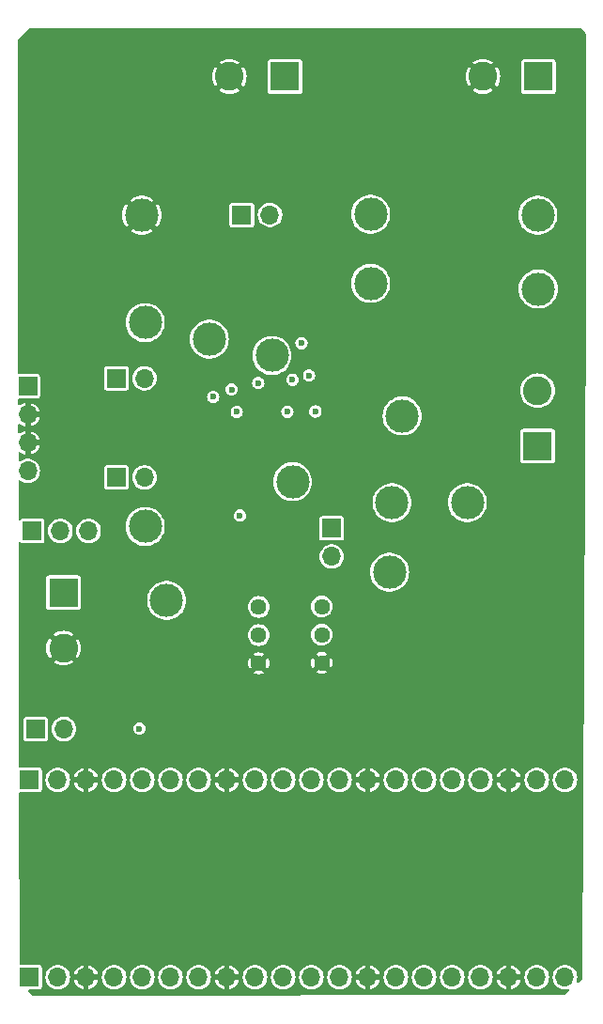
<source format=gbr>
%TF.GenerationSoftware,KiCad,Pcbnew,8.0.9-8.0.9-0~ubuntu22.04.1*%
%TF.CreationDate,2025-04-21T19:03:48+05:30*%
%TF.ProjectId,Variable Buck Converter,56617269-6162-46c6-9520-4275636b2043,rev?*%
%TF.SameCoordinates,Original*%
%TF.FileFunction,Copper,L3,Inr*%
%TF.FilePolarity,Positive*%
%FSLAX46Y46*%
G04 Gerber Fmt 4.6, Leading zero omitted, Abs format (unit mm)*
G04 Created by KiCad (PCBNEW 8.0.9-8.0.9-0~ubuntu22.04.1) date 2025-04-21 19:03:48*
%MOMM*%
%LPD*%
G01*
G04 APERTURE LIST*
%TA.AperFunction,ComponentPad*%
%ADD10C,3.000000*%
%TD*%
%TA.AperFunction,ComponentPad*%
%ADD11R,1.700000X1.700000*%
%TD*%
%TA.AperFunction,ComponentPad*%
%ADD12O,1.700000X1.700000*%
%TD*%
%TA.AperFunction,ComponentPad*%
%ADD13C,1.440000*%
%TD*%
%TA.AperFunction,ComponentPad*%
%ADD14R,2.600000X2.600000*%
%TD*%
%TA.AperFunction,ComponentPad*%
%ADD15C,2.600000*%
%TD*%
%TA.AperFunction,ViaPad*%
%ADD16C,0.600000*%
%TD*%
G04 APERTURE END LIST*
D10*
%TO.N,/Buck Converter/HS*%
%TO.C,TP3*%
X119320000Y-94420000D03*
%TD*%
%TO.N,Net-(D1-K)*%
%TO.C,TP5*%
X101940000Y-87500000D03*
%TD*%
D11*
%TO.N,/Buck Converter/EN*%
%TO.C,JP2*%
X93545000Y-91030000D03*
D12*
%TO.N,Net-(IC1-1Y)*%
X96085000Y-91030000D03*
%TD*%
D10*
%TO.N,/Buck Converter/HS*%
%TO.C,TP14*%
X118400000Y-102230000D03*
%TD*%
%TO.N,+Vin_Buck*%
%TO.C,TP10*%
X116480000Y-76240000D03*
%TD*%
D11*
%TO.N,+VIN*%
%TO.C,JP6*%
X104865000Y-76310000D03*
D12*
%TO.N,+Vin_Buck*%
X107405000Y-76310000D03*
%TD*%
D10*
%TO.N,Net-(J4-Pin_1)*%
%TO.C,TP15*%
X125200000Y-102230000D03*
%TD*%
%TO.N,Net-(C10-Pad1)*%
%TO.C,TP11*%
X116480000Y-82470000D03*
%TD*%
%TO.N,+5V*%
%TO.C,TP7*%
X118190000Y-108500000D03*
%TD*%
%TO.N,/Buck Converter/V_OUT*%
%TO.C,TP13*%
X131550000Y-76330000D03*
%TD*%
D11*
%TO.N,Net-(J7-Pin_1)*%
%TO.C,JP1*%
X86295000Y-122640000D03*
D12*
%TO.N,+5V*%
X88835000Y-122640000D03*
%TD*%
D10*
%TO.N,GND*%
%TO.C,TP4*%
X95850000Y-76340000D03*
%TD*%
D11*
%TO.N,+5V*%
%TO.C,JP5*%
X112970000Y-104560000D03*
D12*
%TO.N,Net-(IC2-DLH)*%
X112970000Y-107100000D03*
%TD*%
D13*
%TO.N,Net-(POT2-Pad1)*%
%TO.C,POT2*%
X106390000Y-111640000D03*
X106390000Y-114180000D03*
%TO.N,GND*%
X106390000Y-116720000D03*
%TD*%
D11*
%TO.N,/pwm*%
%TO.C,JP3*%
X93545000Y-99970000D03*
D12*
%TO.N,Net-(IC1-2Y)*%
X96085000Y-99970000D03*
%TD*%
D10*
%TO.N,+VIN*%
%TO.C,TP6*%
X98080000Y-111030000D03*
%TD*%
D13*
%TO.N,Net-(POT1-Pad1)*%
%TO.C,POT1*%
X112080000Y-111610000D03*
X112080000Y-114150000D03*
%TO.N,GND*%
X112080000Y-116690000D03*
%TD*%
D11*
%TO.N,unconnected-(J6-Pin_1-Pad1)*%
%TO.C,J6*%
X85730000Y-145010000D03*
D12*
%TO.N,unconnected-(J6-Pin_2-Pad2)*%
X88270000Y-145010000D03*
%TO.N,GND*%
X90810000Y-145010000D03*
%TO.N,unconnected-(J6-Pin_4-Pad4)*%
X93350000Y-145010000D03*
%TO.N,unconnected-(J6-Pin_5-Pad5)*%
X95890000Y-145010000D03*
%TO.N,unconnected-(J6-Pin_6-Pad6)*%
X98430000Y-145010000D03*
%TO.N,unconnected-(J6-Pin_7-Pad7)*%
X100970000Y-145010000D03*
%TO.N,GND*%
X103510000Y-145010000D03*
%TO.N,unconnected-(J6-Pin_9-Pad9)*%
X106050000Y-145010000D03*
%TO.N,unconnected-(J6-Pin_10-Pad10)*%
X108590000Y-145010000D03*
%TO.N,unconnected-(J6-Pin_11-Pad11)*%
X111130000Y-145010000D03*
%TO.N,unconnected-(J6-Pin_12-Pad12)*%
X113670000Y-145010000D03*
%TO.N,GND*%
X116210000Y-145010000D03*
%TO.N,unconnected-(J6-Pin_14-Pad14)*%
X118750000Y-145010000D03*
%TO.N,unconnected-(J6-Pin_15-Pad15)*%
X121290000Y-145010000D03*
%TO.N,unconnected-(J6-Pin_16-Pad16)*%
X123830000Y-145010000D03*
%TO.N,unconnected-(J6-Pin_17-Pad17)*%
X126370000Y-145010000D03*
%TO.N,GND*%
X128910000Y-145010000D03*
%TO.N,unconnected-(J6-Pin_19-Pad19)*%
X131450000Y-145010000D03*
%TO.N,unconnected-(J6-Pin_20-Pad20)*%
X133990000Y-145010000D03*
%TD*%
D14*
%TO.N,Net-(J4-Pin_1)*%
%TO.C,J4*%
X131525000Y-97140000D03*
D15*
%TO.N,Net-(J4-Pin_2)*%
X131525000Y-92140000D03*
%TD*%
D14*
%TO.N,+Vin_Buck*%
%TO.C,J3*%
X108750000Y-63830000D03*
D15*
%TO.N,GND*%
X103750000Y-63830000D03*
%TD*%
D14*
%TO.N,/Buck Converter/V_OUT*%
%TO.C,J5*%
X131595000Y-63830000D03*
D15*
%TO.N,GND*%
X126595000Y-63830000D03*
%TD*%
D10*
%TO.N,/Buck Converter/HO*%
%TO.C,TP8*%
X107580000Y-88980000D03*
%TD*%
D11*
%TO.N,Net-(J7-Pin_1)*%
%TO.C,J7*%
X85730000Y-127230000D03*
D12*
%TO.N,unconnected-(J7-Pin_2-Pad2)*%
X88270000Y-127230000D03*
%TO.N,GND*%
X90810000Y-127230000D03*
%TO.N,unconnected-(J7-Pin_4-Pad4)*%
X93350000Y-127230000D03*
%TO.N,+3V3*%
X95890000Y-127230000D03*
%TO.N,unconnected-(J7-Pin_6-Pad6)*%
X98430000Y-127230000D03*
%TO.N,/pwm*%
X100970000Y-127230000D03*
%TO.N,GND*%
X103510000Y-127230000D03*
%TO.N,Net-(J7-Pin_9)*%
X106050000Y-127230000D03*
%TO.N,unconnected-(J7-Pin_10-Pad10)*%
X108590000Y-127230000D03*
%TO.N,unconnected-(J7-Pin_11-Pad11)*%
X111130000Y-127230000D03*
%TO.N,unconnected-(J7-Pin_12-Pad12)*%
X113670000Y-127230000D03*
%TO.N,GND*%
X116210000Y-127230000D03*
%TO.N,/pwm*%
X118750000Y-127230000D03*
%TO.N,/Buck Converter/EN*%
X121290000Y-127230000D03*
%TO.N,unconnected-(J7-Pin_16-Pad16)*%
X123830000Y-127230000D03*
%TO.N,unconnected-(J7-Pin_17-Pad17)*%
X126370000Y-127230000D03*
%TO.N,GND*%
X128910000Y-127230000D03*
%TO.N,unconnected-(J7-Pin_19-Pad19)*%
X131450000Y-127230000D03*
%TO.N,unconnected-(J7-Pin_20-Pad20)*%
X133990000Y-127230000D03*
%TD*%
D10*
%TO.N,Net-(IC1-2Y)*%
%TO.C,TP2*%
X96160000Y-104390000D03*
%TD*%
%TO.N,/Buck Converter/LO*%
%TO.C,TP9*%
X109440000Y-100350000D03*
%TD*%
D14*
%TO.N,+VIN*%
%TO.C,J2*%
X88790000Y-110350000D03*
D15*
%TO.N,GND*%
X88790000Y-115350000D03*
%TD*%
D11*
%TO.N,+5V*%
%TO.C,JP4*%
X85975000Y-104790000D03*
D12*
%TO.N,Net-(IC1-VCC)*%
X88515000Y-104790000D03*
%TO.N,+3V3*%
X91055000Y-104790000D03*
%TD*%
D11*
%TO.N,/Buck Converter/EN*%
%TO.C,J1*%
X85570000Y-91760000D03*
D12*
%TO.N,GND*%
X85570000Y-94300000D03*
X85570000Y-96840000D03*
%TO.N,/pwm*%
X85570000Y-99380000D03*
%TD*%
D10*
%TO.N,Net-(IC1-1Y)*%
%TO.C,TP1*%
X96160000Y-86010000D03*
%TD*%
%TO.N,Net-(J4-Pin_2)*%
%TO.C,TP12*%
X131580000Y-82980000D03*
%TD*%
D16*
%TO.N,GND*%
X104010000Y-98530000D03*
X93610000Y-136760000D03*
X99680000Y-120550000D03*
X102050000Y-123500000D03*
X114950000Y-97770000D03*
X120510000Y-83830000D03*
X112286668Y-99220000D03*
X104740000Y-109530000D03*
X114060000Y-99220000D03*
X110860000Y-97080000D03*
X105060000Y-80560000D03*
X134590000Y-87950000D03*
X133150000Y-118380000D03*
X134870000Y-119990000D03*
X131960000Y-122820000D03*
X113173334Y-99220000D03*
X101223885Y-95201750D03*
X101640000Y-97410000D03*
X112290000Y-97770000D03*
X130510000Y-121060000D03*
X109290000Y-124850000D03*
X105090000Y-82330000D03*
X93245000Y-93680000D03*
X134580000Y-83450000D03*
X122420000Y-122400000D03*
X118180000Y-64950000D03*
X122150000Y-64840000D03*
X93370000Y-106850000D03*
X111840000Y-98470000D03*
X99590000Y-123370000D03*
X87470000Y-102720000D03*
X113176666Y-97770000D03*
X130010000Y-124460000D03*
X94020000Y-94410000D03*
X99850000Y-125240000D03*
X105120000Y-84050000D03*
X87940000Y-95810000D03*
X97750000Y-118650000D03*
X114946668Y-99220000D03*
X93350000Y-110640000D03*
X114063332Y-97770000D03*
X114483332Y-98470000D03*
X117710000Y-124430000D03*
X126830000Y-124360000D03*
X98990000Y-64270000D03*
X98930000Y-61070000D03*
X134360000Y-106100000D03*
X93370000Y-104100000D03*
X101140000Y-102680000D03*
X96200000Y-117240000D03*
X125150000Y-136600000D03*
X134540000Y-94900000D03*
X107880000Y-107830000D03*
X93340000Y-116050000D03*
X134150000Y-111140000D03*
X108780000Y-136680000D03*
X102880000Y-109540000D03*
X94910000Y-110710000D03*
X126870000Y-122400000D03*
X122420000Y-124510000D03*
X112710000Y-98470000D03*
X125160000Y-113040000D03*
X121660000Y-88270000D03*
X109590000Y-97380000D03*
X98000000Y-121880000D03*
X121620000Y-86160000D03*
X95170000Y-115850000D03*
X115370000Y-98470000D03*
X113500000Y-124320000D03*
X87990000Y-96870000D03*
X117790000Y-122290000D03*
X101210000Y-122090000D03*
X95240000Y-106830000D03*
X94720000Y-118480000D03*
X134250000Y-102050000D03*
X122040000Y-70580000D03*
X102110000Y-125280000D03*
X87910000Y-94780000D03*
X96400000Y-120120000D03*
X102140000Y-101900000D03*
X113390000Y-122360000D03*
X104410000Y-95780000D03*
X104390000Y-95110000D03*
X134540000Y-80120000D03*
X134110000Y-115090000D03*
X98960000Y-68030000D03*
X115780000Y-113180000D03*
X108510000Y-97130000D03*
X97360000Y-101800000D03*
X113596666Y-98470000D03*
X109290000Y-122020000D03*
X85680000Y-102820000D03*
X107030000Y-97270000D03*
X93370000Y-105450000D03*
X90700000Y-95580000D03*
X99260000Y-116530000D03*
X122790000Y-105340000D03*
X94870000Y-102690000D03*
X105200000Y-85790000D03*
X121930000Y-76320000D03*
%TO.N,/Buck Converter/HS*%
X111500000Y-94030000D03*
X110240000Y-87860000D03*
X104410000Y-94055000D03*
X110930000Y-90780000D03*
X109430000Y-91160000D03*
X102290000Y-92690000D03*
X103940000Y-92050000D03*
X108980000Y-94040000D03*
X106340000Y-91460000D03*
%TO.N,+5V*%
X95615000Y-122615000D03*
X104680000Y-103407500D03*
%TD*%
%TA.AperFunction,Conductor*%
%TO.N,GND*%
G36*
X135493537Y-59459407D02*
G01*
X135514044Y-59479437D01*
X135849200Y-59918607D01*
X135869473Y-59976336D01*
X135869500Y-59978667D01*
X135869500Y-84192930D01*
X135869499Y-84193384D01*
X135590205Y-145115096D01*
X135571031Y-145173199D01*
X135556078Y-145189425D01*
X135184703Y-145511582D01*
X135128357Y-145535431D01*
X135068754Y-145521606D01*
X135028661Y-145475387D01*
X135023391Y-145414429D01*
X135024599Y-145409747D01*
X135080345Y-145213821D01*
X135099232Y-145010000D01*
X135080345Y-144806179D01*
X135024328Y-144609299D01*
X134933088Y-144426065D01*
X134809732Y-144262715D01*
X134658462Y-144124814D01*
X134506006Y-144030417D01*
X134484432Y-144017059D01*
X134484427Y-144017056D01*
X134379776Y-143976514D01*
X134293556Y-143943112D01*
X134293555Y-143943111D01*
X134293553Y-143943111D01*
X134092347Y-143905500D01*
X133887653Y-143905500D01*
X133686446Y-143943111D01*
X133495572Y-144017056D01*
X133495567Y-144017059D01*
X133321542Y-144124811D01*
X133321540Y-144124812D01*
X133321538Y-144124814D01*
X133310435Y-144134936D01*
X133170269Y-144262714D01*
X133046913Y-144426063D01*
X133046908Y-144426072D01*
X132955672Y-144609298D01*
X132899655Y-144806177D01*
X132886868Y-144944174D01*
X132880768Y-145010000D01*
X132899655Y-145213821D01*
X132955672Y-145410701D01*
X133046912Y-145593935D01*
X133170268Y-145757285D01*
X133321538Y-145895186D01*
X133495573Y-146002944D01*
X133686444Y-146076888D01*
X133887653Y-146114500D01*
X134092347Y-146114500D01*
X134240049Y-146086890D01*
X134300723Y-146094783D01*
X134345170Y-146136832D01*
X134356413Y-146196975D01*
X134330157Y-146252241D01*
X134323121Y-146258979D01*
X134090951Y-146460379D01*
X133957801Y-146575883D01*
X133901455Y-146599731D01*
X133893198Y-146600099D01*
X86094154Y-146729880D01*
X86035912Y-146711130D01*
X86020408Y-146697229D01*
X85643520Y-146279848D01*
X85618554Y-146223987D01*
X85631190Y-146164121D01*
X85676601Y-146123115D01*
X85716994Y-146114499D01*
X86605066Y-146114499D01*
X86679301Y-146099734D01*
X86763484Y-146043484D01*
X86819734Y-145959301D01*
X86834500Y-145885067D01*
X86834499Y-145010000D01*
X87160768Y-145010000D01*
X87179655Y-145213821D01*
X87235672Y-145410701D01*
X87326912Y-145593935D01*
X87450268Y-145757285D01*
X87601538Y-145895186D01*
X87775573Y-146002944D01*
X87966444Y-146076888D01*
X88167653Y-146114500D01*
X88372347Y-146114500D01*
X88573556Y-146076888D01*
X88764427Y-146002944D01*
X88938462Y-145895186D01*
X89089732Y-145757285D01*
X89213088Y-145593935D01*
X89304328Y-145410701D01*
X89360345Y-145213821D01*
X89379232Y-145010000D01*
X89360345Y-144806179D01*
X89347206Y-144760000D01*
X89733314Y-144760000D01*
X90376988Y-144760000D01*
X90344075Y-144817007D01*
X90310000Y-144944174D01*
X90310000Y-145075826D01*
X90344075Y-145202993D01*
X90376988Y-145260000D01*
X89733314Y-145260000D01*
X89776141Y-145410521D01*
X89867335Y-145593663D01*
X89867340Y-145593672D01*
X89990640Y-145756947D01*
X90141843Y-145894787D01*
X90315794Y-146002492D01*
X90315796Y-146002493D01*
X90506584Y-146076405D01*
X90559999Y-146086390D01*
X90560000Y-146086390D01*
X90560000Y-145443012D01*
X90617007Y-145475925D01*
X90744174Y-145510000D01*
X90875826Y-145510000D01*
X91002993Y-145475925D01*
X91060000Y-145443012D01*
X91060000Y-146086390D01*
X91113415Y-146076405D01*
X91304203Y-146002493D01*
X91304205Y-146002492D01*
X91478156Y-145894787D01*
X91629359Y-145756947D01*
X91752659Y-145593672D01*
X91752664Y-145593663D01*
X91843858Y-145410521D01*
X91886686Y-145260000D01*
X91243012Y-145260000D01*
X91275925Y-145202993D01*
X91310000Y-145075826D01*
X91310000Y-145010000D01*
X92240768Y-145010000D01*
X92259655Y-145213821D01*
X92315672Y-145410701D01*
X92406912Y-145593935D01*
X92530268Y-145757285D01*
X92681538Y-145895186D01*
X92855573Y-146002944D01*
X93046444Y-146076888D01*
X93247653Y-146114500D01*
X93452347Y-146114500D01*
X93653556Y-146076888D01*
X93844427Y-146002944D01*
X94018462Y-145895186D01*
X94169732Y-145757285D01*
X94293088Y-145593935D01*
X94384328Y-145410701D01*
X94440345Y-145213821D01*
X94459232Y-145010000D01*
X94780768Y-145010000D01*
X94799655Y-145213821D01*
X94855672Y-145410701D01*
X94946912Y-145593935D01*
X95070268Y-145757285D01*
X95221538Y-145895186D01*
X95395573Y-146002944D01*
X95586444Y-146076888D01*
X95787653Y-146114500D01*
X95992347Y-146114500D01*
X96193556Y-146076888D01*
X96384427Y-146002944D01*
X96558462Y-145895186D01*
X96709732Y-145757285D01*
X96833088Y-145593935D01*
X96924328Y-145410701D01*
X96980345Y-145213821D01*
X96999232Y-145010000D01*
X97320768Y-145010000D01*
X97339655Y-145213821D01*
X97395672Y-145410701D01*
X97486912Y-145593935D01*
X97610268Y-145757285D01*
X97761538Y-145895186D01*
X97935573Y-146002944D01*
X98126444Y-146076888D01*
X98327653Y-146114500D01*
X98532347Y-146114500D01*
X98733556Y-146076888D01*
X98924427Y-146002944D01*
X99098462Y-145895186D01*
X99249732Y-145757285D01*
X99373088Y-145593935D01*
X99464328Y-145410701D01*
X99520345Y-145213821D01*
X99539232Y-145010000D01*
X99860768Y-145010000D01*
X99879655Y-145213821D01*
X99935672Y-145410701D01*
X100026912Y-145593935D01*
X100150268Y-145757285D01*
X100301538Y-145895186D01*
X100475573Y-146002944D01*
X100666444Y-146076888D01*
X100867653Y-146114500D01*
X101072347Y-146114500D01*
X101273556Y-146076888D01*
X101464427Y-146002944D01*
X101638462Y-145895186D01*
X101789732Y-145757285D01*
X101913088Y-145593935D01*
X102004328Y-145410701D01*
X102060345Y-145213821D01*
X102079232Y-145010000D01*
X102060345Y-144806179D01*
X102047206Y-144760000D01*
X102433314Y-144760000D01*
X103076988Y-144760000D01*
X103044075Y-144817007D01*
X103010000Y-144944174D01*
X103010000Y-145075826D01*
X103044075Y-145202993D01*
X103076988Y-145260000D01*
X102433314Y-145260000D01*
X102476141Y-145410521D01*
X102567335Y-145593663D01*
X102567340Y-145593672D01*
X102690640Y-145756947D01*
X102841843Y-145894787D01*
X103015794Y-146002492D01*
X103015796Y-146002493D01*
X103206584Y-146076405D01*
X103260000Y-146086390D01*
X103260000Y-145443012D01*
X103317007Y-145475925D01*
X103444174Y-145510000D01*
X103575826Y-145510000D01*
X103702993Y-145475925D01*
X103760000Y-145443012D01*
X103760000Y-146086390D01*
X103813415Y-146076405D01*
X104004203Y-146002493D01*
X104004205Y-146002492D01*
X104178156Y-145894787D01*
X104329359Y-145756947D01*
X104452659Y-145593672D01*
X104452664Y-145593663D01*
X104543858Y-145410521D01*
X104586686Y-145260000D01*
X103943012Y-145260000D01*
X103975925Y-145202993D01*
X104010000Y-145075826D01*
X104010000Y-145010000D01*
X104940768Y-145010000D01*
X104959655Y-145213821D01*
X105015672Y-145410701D01*
X105106912Y-145593935D01*
X105230268Y-145757285D01*
X105381538Y-145895186D01*
X105555573Y-146002944D01*
X105746444Y-146076888D01*
X105947653Y-146114500D01*
X106152347Y-146114500D01*
X106353556Y-146076888D01*
X106544427Y-146002944D01*
X106718462Y-145895186D01*
X106869732Y-145757285D01*
X106993088Y-145593935D01*
X107084328Y-145410701D01*
X107140345Y-145213821D01*
X107159232Y-145010000D01*
X107480768Y-145010000D01*
X107499655Y-145213821D01*
X107555672Y-145410701D01*
X107646912Y-145593935D01*
X107770268Y-145757285D01*
X107921538Y-145895186D01*
X108095573Y-146002944D01*
X108286444Y-146076888D01*
X108487653Y-146114500D01*
X108692347Y-146114500D01*
X108893556Y-146076888D01*
X109084427Y-146002944D01*
X109258462Y-145895186D01*
X109409732Y-145757285D01*
X109533088Y-145593935D01*
X109624328Y-145410701D01*
X109680345Y-145213821D01*
X109699232Y-145010000D01*
X110020768Y-145010000D01*
X110039655Y-145213821D01*
X110095672Y-145410701D01*
X110186912Y-145593935D01*
X110310268Y-145757285D01*
X110461538Y-145895186D01*
X110635573Y-146002944D01*
X110826444Y-146076888D01*
X111027653Y-146114500D01*
X111232347Y-146114500D01*
X111433556Y-146076888D01*
X111624427Y-146002944D01*
X111798462Y-145895186D01*
X111949732Y-145757285D01*
X112073088Y-145593935D01*
X112164328Y-145410701D01*
X112220345Y-145213821D01*
X112239232Y-145010000D01*
X112560768Y-145010000D01*
X112579655Y-145213821D01*
X112635672Y-145410701D01*
X112726912Y-145593935D01*
X112850268Y-145757285D01*
X113001538Y-145895186D01*
X113175573Y-146002944D01*
X113366444Y-146076888D01*
X113567653Y-146114500D01*
X113772347Y-146114500D01*
X113973556Y-146076888D01*
X114164427Y-146002944D01*
X114338462Y-145895186D01*
X114489732Y-145757285D01*
X114613088Y-145593935D01*
X114704328Y-145410701D01*
X114760345Y-145213821D01*
X114779232Y-145010000D01*
X114760345Y-144806179D01*
X114747206Y-144760000D01*
X115133314Y-144760000D01*
X115776988Y-144760000D01*
X115744075Y-144817007D01*
X115710000Y-144944174D01*
X115710000Y-145075826D01*
X115744075Y-145202993D01*
X115776988Y-145260000D01*
X115133314Y-145260000D01*
X115176141Y-145410521D01*
X115267335Y-145593663D01*
X115267340Y-145593672D01*
X115390640Y-145756947D01*
X115541843Y-145894787D01*
X115715794Y-146002492D01*
X115715796Y-146002493D01*
X115906584Y-146076405D01*
X115959999Y-146086390D01*
X115960000Y-146086390D01*
X115960000Y-145443012D01*
X116017007Y-145475925D01*
X116144174Y-145510000D01*
X116275826Y-145510000D01*
X116402993Y-145475925D01*
X116460000Y-145443012D01*
X116460000Y-146086390D01*
X116513415Y-146076405D01*
X116704203Y-146002493D01*
X116704205Y-146002492D01*
X116878156Y-145894787D01*
X117029359Y-145756947D01*
X117152659Y-145593672D01*
X117152664Y-145593663D01*
X117243858Y-145410521D01*
X117286686Y-145260000D01*
X116643012Y-145260000D01*
X116675925Y-145202993D01*
X116710000Y-145075826D01*
X116710000Y-145010000D01*
X117640768Y-145010000D01*
X117659655Y-145213821D01*
X117715672Y-145410701D01*
X117806912Y-145593935D01*
X117930268Y-145757285D01*
X118081538Y-145895186D01*
X118255573Y-146002944D01*
X118446444Y-146076888D01*
X118647653Y-146114500D01*
X118852347Y-146114500D01*
X119053556Y-146076888D01*
X119244427Y-146002944D01*
X119418462Y-145895186D01*
X119569732Y-145757285D01*
X119693088Y-145593935D01*
X119784328Y-145410701D01*
X119840345Y-145213821D01*
X119859232Y-145010000D01*
X120180768Y-145010000D01*
X120199655Y-145213821D01*
X120255672Y-145410701D01*
X120346912Y-145593935D01*
X120470268Y-145757285D01*
X120621538Y-145895186D01*
X120795573Y-146002944D01*
X120986444Y-146076888D01*
X121187653Y-146114500D01*
X121392347Y-146114500D01*
X121593556Y-146076888D01*
X121784427Y-146002944D01*
X121958462Y-145895186D01*
X122109732Y-145757285D01*
X122233088Y-145593935D01*
X122324328Y-145410701D01*
X122380345Y-145213821D01*
X122399232Y-145010000D01*
X122720768Y-145010000D01*
X122739655Y-145213821D01*
X122795672Y-145410701D01*
X122886912Y-145593935D01*
X123010268Y-145757285D01*
X123161538Y-145895186D01*
X123335573Y-146002944D01*
X123526444Y-146076888D01*
X123727653Y-146114500D01*
X123932347Y-146114500D01*
X124133556Y-146076888D01*
X124324427Y-146002944D01*
X124498462Y-145895186D01*
X124649732Y-145757285D01*
X124773088Y-145593935D01*
X124864328Y-145410701D01*
X124920345Y-145213821D01*
X124939232Y-145010000D01*
X125260768Y-145010000D01*
X125279655Y-145213821D01*
X125335672Y-145410701D01*
X125426912Y-145593935D01*
X125550268Y-145757285D01*
X125701538Y-145895186D01*
X125875573Y-146002944D01*
X126066444Y-146076888D01*
X126267653Y-146114500D01*
X126472347Y-146114500D01*
X126673556Y-146076888D01*
X126864427Y-146002944D01*
X127038462Y-145895186D01*
X127189732Y-145757285D01*
X127313088Y-145593935D01*
X127404328Y-145410701D01*
X127460345Y-145213821D01*
X127479232Y-145010000D01*
X127460345Y-144806179D01*
X127447206Y-144760000D01*
X127833314Y-144760000D01*
X128476988Y-144760000D01*
X128444075Y-144817007D01*
X128410000Y-144944174D01*
X128410000Y-145075826D01*
X128444075Y-145202993D01*
X128476988Y-145260000D01*
X127833314Y-145260000D01*
X127876141Y-145410521D01*
X127967335Y-145593663D01*
X127967340Y-145593672D01*
X128090640Y-145756947D01*
X128241843Y-145894787D01*
X128415794Y-146002492D01*
X128415796Y-146002493D01*
X128606584Y-146076405D01*
X128659999Y-146086390D01*
X128660000Y-146086390D01*
X128660000Y-145443012D01*
X128717007Y-145475925D01*
X128844174Y-145510000D01*
X128975826Y-145510000D01*
X129102993Y-145475925D01*
X129160000Y-145443012D01*
X129160000Y-146086390D01*
X129213415Y-146076405D01*
X129404203Y-146002493D01*
X129404205Y-146002492D01*
X129578156Y-145894787D01*
X129729359Y-145756947D01*
X129852659Y-145593672D01*
X129852664Y-145593663D01*
X129943858Y-145410521D01*
X129986686Y-145260000D01*
X129343012Y-145260000D01*
X129375925Y-145202993D01*
X129410000Y-145075826D01*
X129410000Y-145010000D01*
X130340768Y-145010000D01*
X130359655Y-145213821D01*
X130415672Y-145410701D01*
X130506912Y-145593935D01*
X130630268Y-145757285D01*
X130781538Y-145895186D01*
X130955573Y-146002944D01*
X131146444Y-146076888D01*
X131347653Y-146114500D01*
X131552347Y-146114500D01*
X131753556Y-146076888D01*
X131944427Y-146002944D01*
X132118462Y-145895186D01*
X132269732Y-145757285D01*
X132393088Y-145593935D01*
X132484328Y-145410701D01*
X132540345Y-145213821D01*
X132559232Y-145010000D01*
X132540345Y-144806179D01*
X132484328Y-144609299D01*
X132393088Y-144426065D01*
X132269732Y-144262715D01*
X132118462Y-144124814D01*
X131966006Y-144030417D01*
X131944432Y-144017059D01*
X131944427Y-144017056D01*
X131839776Y-143976514D01*
X131753556Y-143943112D01*
X131753555Y-143943111D01*
X131753553Y-143943111D01*
X131552347Y-143905500D01*
X131347653Y-143905500D01*
X131146446Y-143943111D01*
X130955572Y-144017056D01*
X130955567Y-144017059D01*
X130781542Y-144124811D01*
X130781540Y-144124812D01*
X130781538Y-144124814D01*
X130770435Y-144134936D01*
X130630269Y-144262714D01*
X130506913Y-144426063D01*
X130506908Y-144426072D01*
X130415672Y-144609298D01*
X130359655Y-144806177D01*
X130346868Y-144944174D01*
X130340768Y-145010000D01*
X129410000Y-145010000D01*
X129410000Y-144944174D01*
X129375925Y-144817007D01*
X129343012Y-144760000D01*
X129986686Y-144760000D01*
X129943858Y-144609478D01*
X129852664Y-144426336D01*
X129852659Y-144426327D01*
X129729359Y-144263052D01*
X129578156Y-144125212D01*
X129404205Y-144017507D01*
X129404203Y-144017506D01*
X129213418Y-143943595D01*
X129213412Y-143943593D01*
X129160000Y-143933609D01*
X129160000Y-144576988D01*
X129102993Y-144544075D01*
X128975826Y-144510000D01*
X128844174Y-144510000D01*
X128717007Y-144544075D01*
X128660000Y-144576988D01*
X128660000Y-143933609D01*
X128659999Y-143933609D01*
X128606587Y-143943593D01*
X128606581Y-143943595D01*
X128415796Y-144017506D01*
X128415794Y-144017507D01*
X128241843Y-144125212D01*
X128090640Y-144263052D01*
X127967340Y-144426327D01*
X127967335Y-144426336D01*
X127876141Y-144609478D01*
X127833314Y-144760000D01*
X127447206Y-144760000D01*
X127404328Y-144609299D01*
X127313088Y-144426065D01*
X127189732Y-144262715D01*
X127038462Y-144124814D01*
X126886006Y-144030417D01*
X126864432Y-144017059D01*
X126864427Y-144017056D01*
X126759776Y-143976514D01*
X126673556Y-143943112D01*
X126673555Y-143943111D01*
X126673553Y-143943111D01*
X126472347Y-143905500D01*
X126267653Y-143905500D01*
X126066446Y-143943111D01*
X125875572Y-144017056D01*
X125875567Y-144017059D01*
X125701542Y-144124811D01*
X125701540Y-144124812D01*
X125701538Y-144124814D01*
X125690435Y-144134936D01*
X125550269Y-144262714D01*
X125426913Y-144426063D01*
X125426908Y-144426072D01*
X125335672Y-144609298D01*
X125279655Y-144806177D01*
X125266868Y-144944174D01*
X125260768Y-145010000D01*
X124939232Y-145010000D01*
X124920345Y-144806179D01*
X124864328Y-144609299D01*
X124773088Y-144426065D01*
X124649732Y-144262715D01*
X124498462Y-144124814D01*
X124346006Y-144030417D01*
X124324432Y-144017059D01*
X124324427Y-144017056D01*
X124219776Y-143976514D01*
X124133556Y-143943112D01*
X124133555Y-143943111D01*
X124133553Y-143943111D01*
X123932347Y-143905500D01*
X123727653Y-143905500D01*
X123526446Y-143943111D01*
X123335572Y-144017056D01*
X123335567Y-144017059D01*
X123161542Y-144124811D01*
X123161540Y-144124812D01*
X123161538Y-144124814D01*
X123150435Y-144134936D01*
X123010269Y-144262714D01*
X122886913Y-144426063D01*
X122886908Y-144426072D01*
X122795672Y-144609298D01*
X122739655Y-144806177D01*
X122726868Y-144944174D01*
X122720768Y-145010000D01*
X122399232Y-145010000D01*
X122380345Y-144806179D01*
X122324328Y-144609299D01*
X122233088Y-144426065D01*
X122109732Y-144262715D01*
X121958462Y-144124814D01*
X121806006Y-144030417D01*
X121784432Y-144017059D01*
X121784427Y-144017056D01*
X121679776Y-143976514D01*
X121593556Y-143943112D01*
X121593555Y-143943111D01*
X121593553Y-143943111D01*
X121392347Y-143905500D01*
X121187653Y-143905500D01*
X120986446Y-143943111D01*
X120795572Y-144017056D01*
X120795567Y-144017059D01*
X120621542Y-144124811D01*
X120621540Y-144124812D01*
X120621538Y-144124814D01*
X120610435Y-144134936D01*
X120470269Y-144262714D01*
X120346913Y-144426063D01*
X120346908Y-144426072D01*
X120255672Y-144609298D01*
X120199655Y-144806177D01*
X120186868Y-144944174D01*
X120180768Y-145010000D01*
X119859232Y-145010000D01*
X119840345Y-144806179D01*
X119784328Y-144609299D01*
X119693088Y-144426065D01*
X119569732Y-144262715D01*
X119418462Y-144124814D01*
X119266006Y-144030417D01*
X119244432Y-144017059D01*
X119244427Y-144017056D01*
X119139776Y-143976514D01*
X119053556Y-143943112D01*
X119053555Y-143943111D01*
X119053553Y-143943111D01*
X118852347Y-143905500D01*
X118647653Y-143905500D01*
X118446446Y-143943111D01*
X118255572Y-144017056D01*
X118255567Y-144017059D01*
X118081542Y-144124811D01*
X118081540Y-144124812D01*
X118081538Y-144124814D01*
X118070435Y-144134936D01*
X117930269Y-144262714D01*
X117806913Y-144426063D01*
X117806908Y-144426072D01*
X117715672Y-144609298D01*
X117659655Y-144806177D01*
X117646868Y-144944174D01*
X117640768Y-145010000D01*
X116710000Y-145010000D01*
X116710000Y-144944174D01*
X116675925Y-144817007D01*
X116643012Y-144760000D01*
X117286686Y-144760000D01*
X117243858Y-144609478D01*
X117152664Y-144426336D01*
X117152659Y-144426327D01*
X117029359Y-144263052D01*
X116878156Y-144125212D01*
X116704205Y-144017507D01*
X116704203Y-144017506D01*
X116513418Y-143943595D01*
X116513412Y-143943593D01*
X116460000Y-143933609D01*
X116460000Y-144576988D01*
X116402993Y-144544075D01*
X116275826Y-144510000D01*
X116144174Y-144510000D01*
X116017007Y-144544075D01*
X115960000Y-144576988D01*
X115960000Y-143933609D01*
X115959999Y-143933609D01*
X115906587Y-143943593D01*
X115906581Y-143943595D01*
X115715796Y-144017506D01*
X115715794Y-144017507D01*
X115541843Y-144125212D01*
X115390640Y-144263052D01*
X115267340Y-144426327D01*
X115267335Y-144426336D01*
X115176141Y-144609478D01*
X115133314Y-144760000D01*
X114747206Y-144760000D01*
X114704328Y-144609299D01*
X114613088Y-144426065D01*
X114489732Y-144262715D01*
X114338462Y-144124814D01*
X114186006Y-144030417D01*
X114164432Y-144017059D01*
X114164427Y-144017056D01*
X114059776Y-143976514D01*
X113973556Y-143943112D01*
X113973555Y-143943111D01*
X113973553Y-143943111D01*
X113772347Y-143905500D01*
X113567653Y-143905500D01*
X113366446Y-143943111D01*
X113175572Y-144017056D01*
X113175567Y-144017059D01*
X113001542Y-144124811D01*
X113001540Y-144124812D01*
X113001538Y-144124814D01*
X112990435Y-144134936D01*
X112850269Y-144262714D01*
X112726913Y-144426063D01*
X112726908Y-144426072D01*
X112635672Y-144609298D01*
X112579655Y-144806177D01*
X112566868Y-144944174D01*
X112560768Y-145010000D01*
X112239232Y-145010000D01*
X112220345Y-144806179D01*
X112164328Y-144609299D01*
X112073088Y-144426065D01*
X111949732Y-144262715D01*
X111798462Y-144124814D01*
X111646006Y-144030417D01*
X111624432Y-144017059D01*
X111624427Y-144017056D01*
X111519776Y-143976514D01*
X111433556Y-143943112D01*
X111433555Y-143943111D01*
X111433553Y-143943111D01*
X111232347Y-143905500D01*
X111027653Y-143905500D01*
X110826446Y-143943111D01*
X110635572Y-144017056D01*
X110635567Y-144017059D01*
X110461542Y-144124811D01*
X110461540Y-144124812D01*
X110461538Y-144124814D01*
X110450435Y-144134936D01*
X110310269Y-144262714D01*
X110186913Y-144426063D01*
X110186908Y-144426072D01*
X110095672Y-144609298D01*
X110039655Y-144806177D01*
X110026868Y-144944174D01*
X110020768Y-145010000D01*
X109699232Y-145010000D01*
X109680345Y-144806179D01*
X109624328Y-144609299D01*
X109533088Y-144426065D01*
X109409732Y-144262715D01*
X109258462Y-144124814D01*
X109106006Y-144030417D01*
X109084432Y-144017059D01*
X109084427Y-144017056D01*
X108979776Y-143976514D01*
X108893556Y-143943112D01*
X108893555Y-143943111D01*
X108893553Y-143943111D01*
X108692347Y-143905500D01*
X108487653Y-143905500D01*
X108286446Y-143943111D01*
X108095572Y-144017056D01*
X108095567Y-144017059D01*
X107921542Y-144124811D01*
X107921540Y-144124812D01*
X107921538Y-144124814D01*
X107910435Y-144134936D01*
X107770269Y-144262714D01*
X107646913Y-144426063D01*
X107646908Y-144426072D01*
X107555672Y-144609298D01*
X107499655Y-144806177D01*
X107486868Y-144944174D01*
X107480768Y-145010000D01*
X107159232Y-145010000D01*
X107140345Y-144806179D01*
X107084328Y-144609299D01*
X106993088Y-144426065D01*
X106869732Y-144262715D01*
X106718462Y-144124814D01*
X106566006Y-144030417D01*
X106544432Y-144017059D01*
X106544427Y-144017056D01*
X106439776Y-143976514D01*
X106353556Y-143943112D01*
X106353555Y-143943111D01*
X106353553Y-143943111D01*
X106152347Y-143905500D01*
X105947653Y-143905500D01*
X105746446Y-143943111D01*
X105555572Y-144017056D01*
X105555567Y-144017059D01*
X105381542Y-144124811D01*
X105381540Y-144124812D01*
X105381538Y-144124814D01*
X105370435Y-144134936D01*
X105230269Y-144262714D01*
X105106913Y-144426063D01*
X105106908Y-144426072D01*
X105015672Y-144609298D01*
X104959655Y-144806177D01*
X104946868Y-144944174D01*
X104940768Y-145010000D01*
X104010000Y-145010000D01*
X104010000Y-144944174D01*
X103975925Y-144817007D01*
X103943012Y-144760000D01*
X104586686Y-144760000D01*
X104543858Y-144609478D01*
X104452664Y-144426336D01*
X104452659Y-144426327D01*
X104329359Y-144263052D01*
X104178156Y-144125212D01*
X104004205Y-144017507D01*
X104004203Y-144017506D01*
X103813418Y-143943595D01*
X103813412Y-143943593D01*
X103760000Y-143933609D01*
X103760000Y-144576988D01*
X103702993Y-144544075D01*
X103575826Y-144510000D01*
X103444174Y-144510000D01*
X103317007Y-144544075D01*
X103260000Y-144576988D01*
X103260000Y-143933609D01*
X103259999Y-143933609D01*
X103206587Y-143943593D01*
X103206581Y-143943595D01*
X103015796Y-144017506D01*
X103015794Y-144017507D01*
X102841843Y-144125212D01*
X102690640Y-144263052D01*
X102567340Y-144426327D01*
X102567335Y-144426336D01*
X102476141Y-144609478D01*
X102433314Y-144760000D01*
X102047206Y-144760000D01*
X102004328Y-144609299D01*
X101913088Y-144426065D01*
X101789732Y-144262715D01*
X101638462Y-144124814D01*
X101486006Y-144030417D01*
X101464432Y-144017059D01*
X101464427Y-144017056D01*
X101359776Y-143976514D01*
X101273556Y-143943112D01*
X101273555Y-143943111D01*
X101273553Y-143943111D01*
X101072347Y-143905500D01*
X100867653Y-143905500D01*
X100666446Y-143943111D01*
X100475572Y-144017056D01*
X100475567Y-144017059D01*
X100301542Y-144124811D01*
X100301540Y-144124812D01*
X100301538Y-144124814D01*
X100290435Y-144134936D01*
X100150269Y-144262714D01*
X100026913Y-144426063D01*
X100026908Y-144426072D01*
X99935672Y-144609298D01*
X99879655Y-144806177D01*
X99866868Y-144944174D01*
X99860768Y-145010000D01*
X99539232Y-145010000D01*
X99520345Y-144806179D01*
X99464328Y-144609299D01*
X99373088Y-144426065D01*
X99249732Y-144262715D01*
X99098462Y-144124814D01*
X98946006Y-144030417D01*
X98924432Y-144017059D01*
X98924427Y-144017056D01*
X98819776Y-143976514D01*
X98733556Y-143943112D01*
X98733555Y-143943111D01*
X98733553Y-143943111D01*
X98532347Y-143905500D01*
X98327653Y-143905500D01*
X98126446Y-143943111D01*
X97935572Y-144017056D01*
X97935567Y-144017059D01*
X97761542Y-144124811D01*
X97761540Y-144124812D01*
X97761538Y-144124814D01*
X97750435Y-144134936D01*
X97610269Y-144262714D01*
X97486913Y-144426063D01*
X97486908Y-144426072D01*
X97395672Y-144609298D01*
X97339655Y-144806177D01*
X97326868Y-144944174D01*
X97320768Y-145010000D01*
X96999232Y-145010000D01*
X96980345Y-144806179D01*
X96924328Y-144609299D01*
X96833088Y-144426065D01*
X96709732Y-144262715D01*
X96558462Y-144124814D01*
X96406006Y-144030417D01*
X96384432Y-144017059D01*
X96384427Y-144017056D01*
X96279776Y-143976514D01*
X96193556Y-143943112D01*
X96193555Y-143943111D01*
X96193553Y-143943111D01*
X95992347Y-143905500D01*
X95787653Y-143905500D01*
X95586446Y-143943111D01*
X95395572Y-144017056D01*
X95395567Y-144017059D01*
X95221542Y-144124811D01*
X95221540Y-144124812D01*
X95221538Y-144124814D01*
X95210435Y-144134936D01*
X95070269Y-144262714D01*
X94946913Y-144426063D01*
X94946908Y-144426072D01*
X94855672Y-144609298D01*
X94799655Y-144806177D01*
X94786868Y-144944174D01*
X94780768Y-145010000D01*
X94459232Y-145010000D01*
X94440345Y-144806179D01*
X94384328Y-144609299D01*
X94293088Y-144426065D01*
X94169732Y-144262715D01*
X94018462Y-144124814D01*
X93866006Y-144030417D01*
X93844432Y-144017059D01*
X93844427Y-144017056D01*
X93739776Y-143976514D01*
X93653556Y-143943112D01*
X93653555Y-143943111D01*
X93653553Y-143943111D01*
X93452347Y-143905500D01*
X93247653Y-143905500D01*
X93046446Y-143943111D01*
X92855572Y-144017056D01*
X92855567Y-144017059D01*
X92681542Y-144124811D01*
X92681540Y-144124812D01*
X92681538Y-144124814D01*
X92670435Y-144134936D01*
X92530269Y-144262714D01*
X92406913Y-144426063D01*
X92406908Y-144426072D01*
X92315672Y-144609298D01*
X92259655Y-144806177D01*
X92246868Y-144944174D01*
X92240768Y-145010000D01*
X91310000Y-145010000D01*
X91310000Y-144944174D01*
X91275925Y-144817007D01*
X91243012Y-144760000D01*
X91886686Y-144760000D01*
X91843858Y-144609478D01*
X91752664Y-144426336D01*
X91752659Y-144426327D01*
X91629359Y-144263052D01*
X91478156Y-144125212D01*
X91304205Y-144017507D01*
X91304203Y-144017506D01*
X91113418Y-143943595D01*
X91113412Y-143943593D01*
X91060000Y-143933609D01*
X91060000Y-144576988D01*
X91002993Y-144544075D01*
X90875826Y-144510000D01*
X90744174Y-144510000D01*
X90617007Y-144544075D01*
X90560000Y-144576988D01*
X90560000Y-143933609D01*
X90559999Y-143933609D01*
X90506587Y-143943593D01*
X90506581Y-143943595D01*
X90315796Y-144017506D01*
X90315794Y-144017507D01*
X90141843Y-144125212D01*
X89990640Y-144263052D01*
X89867340Y-144426327D01*
X89867335Y-144426336D01*
X89776141Y-144609478D01*
X89733314Y-144760000D01*
X89347206Y-144760000D01*
X89304328Y-144609299D01*
X89213088Y-144426065D01*
X89089732Y-144262715D01*
X88938462Y-144124814D01*
X88786006Y-144030417D01*
X88764432Y-144017059D01*
X88764427Y-144017056D01*
X88659776Y-143976514D01*
X88573556Y-143943112D01*
X88573555Y-143943111D01*
X88573553Y-143943111D01*
X88372347Y-143905500D01*
X88167653Y-143905500D01*
X87966446Y-143943111D01*
X87775572Y-144017056D01*
X87775567Y-144017059D01*
X87601542Y-144124811D01*
X87601540Y-144124812D01*
X87601538Y-144124814D01*
X87590435Y-144134936D01*
X87450269Y-144262714D01*
X87326913Y-144426063D01*
X87326908Y-144426072D01*
X87235672Y-144609298D01*
X87179655Y-144806177D01*
X87166868Y-144944174D01*
X87160768Y-145010000D01*
X86834499Y-145010000D01*
X86834499Y-144134934D01*
X86819734Y-144060699D01*
X86763484Y-143976516D01*
X86679301Y-143920266D01*
X86605067Y-143905500D01*
X86605066Y-143905500D01*
X84934892Y-143905500D01*
X84876701Y-143886593D01*
X84840737Y-143837093D01*
X84835893Y-143806763D01*
X84796014Y-128433753D01*
X84814771Y-128375516D01*
X84864177Y-128339424D01*
X84895007Y-128334499D01*
X86605066Y-128334499D01*
X86679301Y-128319734D01*
X86763484Y-128263484D01*
X86819734Y-128179301D01*
X86834500Y-128105067D01*
X86834499Y-127230000D01*
X87160768Y-127230000D01*
X87179655Y-127433821D01*
X87235672Y-127630701D01*
X87326912Y-127813935D01*
X87450268Y-127977285D01*
X87601538Y-128115186D01*
X87775573Y-128222944D01*
X87966444Y-128296888D01*
X88167653Y-128334500D01*
X88372347Y-128334500D01*
X88573556Y-128296888D01*
X88764427Y-128222944D01*
X88938462Y-128115186D01*
X89089732Y-127977285D01*
X89213088Y-127813935D01*
X89304328Y-127630701D01*
X89360345Y-127433821D01*
X89379232Y-127230000D01*
X89360345Y-127026179D01*
X89347206Y-126980000D01*
X89733314Y-126980000D01*
X90376988Y-126980000D01*
X90344075Y-127037007D01*
X90310000Y-127164174D01*
X90310000Y-127295826D01*
X90344075Y-127422993D01*
X90376988Y-127480000D01*
X89733314Y-127480000D01*
X89776141Y-127630521D01*
X89867335Y-127813663D01*
X89867340Y-127813672D01*
X89990640Y-127976947D01*
X90141843Y-128114787D01*
X90315794Y-128222492D01*
X90315796Y-128222493D01*
X90506584Y-128296405D01*
X90559999Y-128306390D01*
X90560000Y-128306390D01*
X90560000Y-127663012D01*
X90617007Y-127695925D01*
X90744174Y-127730000D01*
X90875826Y-127730000D01*
X91002993Y-127695925D01*
X91060000Y-127663012D01*
X91060000Y-128306390D01*
X91113415Y-128296405D01*
X91304203Y-128222493D01*
X91304205Y-128222492D01*
X91478156Y-128114787D01*
X91629359Y-127976947D01*
X91752659Y-127813672D01*
X91752664Y-127813663D01*
X91843858Y-127630521D01*
X91886686Y-127480000D01*
X91243012Y-127480000D01*
X91275925Y-127422993D01*
X91310000Y-127295826D01*
X91310000Y-127230000D01*
X92240768Y-127230000D01*
X92259655Y-127433821D01*
X92315672Y-127630701D01*
X92406912Y-127813935D01*
X92530268Y-127977285D01*
X92681538Y-128115186D01*
X92855573Y-128222944D01*
X93046444Y-128296888D01*
X93247653Y-128334500D01*
X93452347Y-128334500D01*
X93653556Y-128296888D01*
X93844427Y-128222944D01*
X94018462Y-128115186D01*
X94169732Y-127977285D01*
X94293088Y-127813935D01*
X94384328Y-127630701D01*
X94440345Y-127433821D01*
X94459232Y-127230000D01*
X94780768Y-127230000D01*
X94799655Y-127433821D01*
X94855672Y-127630701D01*
X94946912Y-127813935D01*
X95070268Y-127977285D01*
X95221538Y-128115186D01*
X95395573Y-128222944D01*
X95586444Y-128296888D01*
X95787653Y-128334500D01*
X95992347Y-128334500D01*
X96193556Y-128296888D01*
X96384427Y-128222944D01*
X96558462Y-128115186D01*
X96709732Y-127977285D01*
X96833088Y-127813935D01*
X96924328Y-127630701D01*
X96980345Y-127433821D01*
X96999232Y-127230000D01*
X97320768Y-127230000D01*
X97339655Y-127433821D01*
X97395672Y-127630701D01*
X97486912Y-127813935D01*
X97610268Y-127977285D01*
X97761538Y-128115186D01*
X97935573Y-128222944D01*
X98126444Y-128296888D01*
X98327653Y-128334500D01*
X98532347Y-128334500D01*
X98733556Y-128296888D01*
X98924427Y-128222944D01*
X99098462Y-128115186D01*
X99249732Y-127977285D01*
X99373088Y-127813935D01*
X99464328Y-127630701D01*
X99520345Y-127433821D01*
X99539232Y-127230000D01*
X99860768Y-127230000D01*
X99879655Y-127433821D01*
X99935672Y-127630701D01*
X100026912Y-127813935D01*
X100150268Y-127977285D01*
X100301538Y-128115186D01*
X100475573Y-128222944D01*
X100666444Y-128296888D01*
X100867653Y-128334500D01*
X101072347Y-128334500D01*
X101273556Y-128296888D01*
X101464427Y-128222944D01*
X101638462Y-128115186D01*
X101789732Y-127977285D01*
X101913088Y-127813935D01*
X102004328Y-127630701D01*
X102060345Y-127433821D01*
X102079232Y-127230000D01*
X102060345Y-127026179D01*
X102047206Y-126980000D01*
X102433314Y-126980000D01*
X103076988Y-126980000D01*
X103044075Y-127037007D01*
X103010000Y-127164174D01*
X103010000Y-127295826D01*
X103044075Y-127422993D01*
X103076988Y-127480000D01*
X102433314Y-127480000D01*
X102476141Y-127630521D01*
X102567335Y-127813663D01*
X102567340Y-127813672D01*
X102690640Y-127976947D01*
X102841843Y-128114787D01*
X103015794Y-128222492D01*
X103015796Y-128222493D01*
X103206584Y-128296405D01*
X103260000Y-128306390D01*
X103260000Y-127663012D01*
X103317007Y-127695925D01*
X103444174Y-127730000D01*
X103575826Y-127730000D01*
X103702993Y-127695925D01*
X103760000Y-127663012D01*
X103760000Y-128306390D01*
X103813415Y-128296405D01*
X104004203Y-128222493D01*
X104004205Y-128222492D01*
X104178156Y-128114787D01*
X104329359Y-127976947D01*
X104452659Y-127813672D01*
X104452664Y-127813663D01*
X104543858Y-127630521D01*
X104586686Y-127480000D01*
X103943012Y-127480000D01*
X103975925Y-127422993D01*
X104010000Y-127295826D01*
X104010000Y-127230000D01*
X104940768Y-127230000D01*
X104959655Y-127433821D01*
X105015672Y-127630701D01*
X105106912Y-127813935D01*
X105230268Y-127977285D01*
X105381538Y-128115186D01*
X105555573Y-128222944D01*
X105746444Y-128296888D01*
X105947653Y-128334500D01*
X106152347Y-128334500D01*
X106353556Y-128296888D01*
X106544427Y-128222944D01*
X106718462Y-128115186D01*
X106869732Y-127977285D01*
X106993088Y-127813935D01*
X107084328Y-127630701D01*
X107140345Y-127433821D01*
X107159232Y-127230000D01*
X107480768Y-127230000D01*
X107499655Y-127433821D01*
X107555672Y-127630701D01*
X107646912Y-127813935D01*
X107770268Y-127977285D01*
X107921538Y-128115186D01*
X108095573Y-128222944D01*
X108286444Y-128296888D01*
X108487653Y-128334500D01*
X108692347Y-128334500D01*
X108893556Y-128296888D01*
X109084427Y-128222944D01*
X109258462Y-128115186D01*
X109409732Y-127977285D01*
X109533088Y-127813935D01*
X109624328Y-127630701D01*
X109680345Y-127433821D01*
X109699232Y-127230000D01*
X110020768Y-127230000D01*
X110039655Y-127433821D01*
X110095672Y-127630701D01*
X110186912Y-127813935D01*
X110310268Y-127977285D01*
X110461538Y-128115186D01*
X110635573Y-128222944D01*
X110826444Y-128296888D01*
X111027653Y-128334500D01*
X111232347Y-128334500D01*
X111433556Y-128296888D01*
X111624427Y-128222944D01*
X111798462Y-128115186D01*
X111949732Y-127977285D01*
X112073088Y-127813935D01*
X112164328Y-127630701D01*
X112220345Y-127433821D01*
X112239232Y-127230000D01*
X112560768Y-127230000D01*
X112579655Y-127433821D01*
X112635672Y-127630701D01*
X112726912Y-127813935D01*
X112850268Y-127977285D01*
X113001538Y-128115186D01*
X113175573Y-128222944D01*
X113366444Y-128296888D01*
X113567653Y-128334500D01*
X113772347Y-128334500D01*
X113973556Y-128296888D01*
X114164427Y-128222944D01*
X114338462Y-128115186D01*
X114489732Y-127977285D01*
X114613088Y-127813935D01*
X114704328Y-127630701D01*
X114760345Y-127433821D01*
X114779232Y-127230000D01*
X114760345Y-127026179D01*
X114747206Y-126980000D01*
X115133314Y-126980000D01*
X115776988Y-126980000D01*
X115744075Y-127037007D01*
X115710000Y-127164174D01*
X115710000Y-127295826D01*
X115744075Y-127422993D01*
X115776988Y-127480000D01*
X115133314Y-127480000D01*
X115176141Y-127630521D01*
X115267335Y-127813663D01*
X115267340Y-127813672D01*
X115390640Y-127976947D01*
X115541843Y-128114787D01*
X115715794Y-128222492D01*
X115715796Y-128222493D01*
X115906584Y-128296405D01*
X115959999Y-128306390D01*
X115960000Y-128306390D01*
X115960000Y-127663012D01*
X116017007Y-127695925D01*
X116144174Y-127730000D01*
X116275826Y-127730000D01*
X116402993Y-127695925D01*
X116460000Y-127663012D01*
X116460000Y-128306390D01*
X116513415Y-128296405D01*
X116704203Y-128222493D01*
X116704205Y-128222492D01*
X116878156Y-128114787D01*
X117029359Y-127976947D01*
X117152659Y-127813672D01*
X117152664Y-127813663D01*
X117243858Y-127630521D01*
X117286686Y-127480000D01*
X116643012Y-127480000D01*
X116675925Y-127422993D01*
X116710000Y-127295826D01*
X116710000Y-127230000D01*
X117640768Y-127230000D01*
X117659655Y-127433821D01*
X117715672Y-127630701D01*
X117806912Y-127813935D01*
X117930268Y-127977285D01*
X118081538Y-128115186D01*
X118255573Y-128222944D01*
X118446444Y-128296888D01*
X118647653Y-128334500D01*
X118852347Y-128334500D01*
X119053556Y-128296888D01*
X119244427Y-128222944D01*
X119418462Y-128115186D01*
X119569732Y-127977285D01*
X119693088Y-127813935D01*
X119784328Y-127630701D01*
X119840345Y-127433821D01*
X119859232Y-127230000D01*
X120180768Y-127230000D01*
X120199655Y-127433821D01*
X120255672Y-127630701D01*
X120346912Y-127813935D01*
X120470268Y-127977285D01*
X120621538Y-128115186D01*
X120795573Y-128222944D01*
X120986444Y-128296888D01*
X121187653Y-128334500D01*
X121392347Y-128334500D01*
X121593556Y-128296888D01*
X121784427Y-128222944D01*
X121958462Y-128115186D01*
X122109732Y-127977285D01*
X122233088Y-127813935D01*
X122324328Y-127630701D01*
X122380345Y-127433821D01*
X122399232Y-127230000D01*
X122720768Y-127230000D01*
X122739655Y-127433821D01*
X122795672Y-127630701D01*
X122886912Y-127813935D01*
X123010268Y-127977285D01*
X123161538Y-128115186D01*
X123335573Y-128222944D01*
X123526444Y-128296888D01*
X123727653Y-128334500D01*
X123932347Y-128334500D01*
X124133556Y-128296888D01*
X124324427Y-128222944D01*
X124498462Y-128115186D01*
X124649732Y-127977285D01*
X124773088Y-127813935D01*
X124864328Y-127630701D01*
X124920345Y-127433821D01*
X124939232Y-127230000D01*
X125260768Y-127230000D01*
X125279655Y-127433821D01*
X125335672Y-127630701D01*
X125426912Y-127813935D01*
X125550268Y-127977285D01*
X125701538Y-128115186D01*
X125875573Y-128222944D01*
X126066444Y-128296888D01*
X126267653Y-128334500D01*
X126472347Y-128334500D01*
X126673556Y-128296888D01*
X126864427Y-128222944D01*
X127038462Y-128115186D01*
X127189732Y-127977285D01*
X127313088Y-127813935D01*
X127404328Y-127630701D01*
X127460345Y-127433821D01*
X127479232Y-127230000D01*
X127460345Y-127026179D01*
X127447206Y-126980000D01*
X127833314Y-126980000D01*
X128476988Y-126980000D01*
X128444075Y-127037007D01*
X128410000Y-127164174D01*
X128410000Y-127295826D01*
X128444075Y-127422993D01*
X128476988Y-127480000D01*
X127833314Y-127480000D01*
X127876141Y-127630521D01*
X127967335Y-127813663D01*
X127967340Y-127813672D01*
X128090640Y-127976947D01*
X128241843Y-128114787D01*
X128415794Y-128222492D01*
X128415796Y-128222493D01*
X128606584Y-128296405D01*
X128659999Y-128306390D01*
X128660000Y-128306390D01*
X128660000Y-127663012D01*
X128717007Y-127695925D01*
X128844174Y-127730000D01*
X128975826Y-127730000D01*
X129102993Y-127695925D01*
X129160000Y-127663012D01*
X129160000Y-128306390D01*
X129213415Y-128296405D01*
X129404203Y-128222493D01*
X129404205Y-128222492D01*
X129578156Y-128114787D01*
X129729359Y-127976947D01*
X129852659Y-127813672D01*
X129852664Y-127813663D01*
X129943858Y-127630521D01*
X129986686Y-127480000D01*
X129343012Y-127480000D01*
X129375925Y-127422993D01*
X129410000Y-127295826D01*
X129410000Y-127230000D01*
X130340768Y-127230000D01*
X130359655Y-127433821D01*
X130415672Y-127630701D01*
X130506912Y-127813935D01*
X130630268Y-127977285D01*
X130781538Y-128115186D01*
X130955573Y-128222944D01*
X131146444Y-128296888D01*
X131347653Y-128334500D01*
X131552347Y-128334500D01*
X131753556Y-128296888D01*
X131944427Y-128222944D01*
X132118462Y-128115186D01*
X132269732Y-127977285D01*
X132393088Y-127813935D01*
X132484328Y-127630701D01*
X132540345Y-127433821D01*
X132559232Y-127230000D01*
X132880768Y-127230000D01*
X132899655Y-127433821D01*
X132955672Y-127630701D01*
X133046912Y-127813935D01*
X133170268Y-127977285D01*
X133321538Y-128115186D01*
X133495573Y-128222944D01*
X133686444Y-128296888D01*
X133887653Y-128334500D01*
X134092347Y-128334500D01*
X134293556Y-128296888D01*
X134484427Y-128222944D01*
X134658462Y-128115186D01*
X134809732Y-127977285D01*
X134933088Y-127813935D01*
X135024328Y-127630701D01*
X135080345Y-127433821D01*
X135099232Y-127230000D01*
X135080345Y-127026179D01*
X135024328Y-126829299D01*
X134933088Y-126646065D01*
X134809732Y-126482715D01*
X134658462Y-126344814D01*
X134506006Y-126250417D01*
X134484432Y-126237059D01*
X134484427Y-126237056D01*
X134379776Y-126196514D01*
X134293556Y-126163112D01*
X134293555Y-126163111D01*
X134293553Y-126163111D01*
X134092347Y-126125500D01*
X133887653Y-126125500D01*
X133686446Y-126163111D01*
X133495572Y-126237056D01*
X133495567Y-126237059D01*
X133321542Y-126344811D01*
X133321540Y-126344812D01*
X133321538Y-126344814D01*
X133310435Y-126354936D01*
X133170269Y-126482714D01*
X133046913Y-126646063D01*
X133046908Y-126646072D01*
X132955672Y-126829298D01*
X132899655Y-127026177D01*
X132886868Y-127164174D01*
X132880768Y-127230000D01*
X132559232Y-127230000D01*
X132540345Y-127026179D01*
X132484328Y-126829299D01*
X132393088Y-126646065D01*
X132269732Y-126482715D01*
X132118462Y-126344814D01*
X131966006Y-126250417D01*
X131944432Y-126237059D01*
X131944427Y-126237056D01*
X131839776Y-126196514D01*
X131753556Y-126163112D01*
X131753555Y-126163111D01*
X131753553Y-126163111D01*
X131552347Y-126125500D01*
X131347653Y-126125500D01*
X131146446Y-126163111D01*
X130955572Y-126237056D01*
X130955567Y-126237059D01*
X130781542Y-126344811D01*
X130781540Y-126344812D01*
X130781538Y-126344814D01*
X130770435Y-126354936D01*
X130630269Y-126482714D01*
X130506913Y-126646063D01*
X130506908Y-126646072D01*
X130415672Y-126829298D01*
X130359655Y-127026177D01*
X130346868Y-127164174D01*
X130340768Y-127230000D01*
X129410000Y-127230000D01*
X129410000Y-127164174D01*
X129375925Y-127037007D01*
X129343012Y-126980000D01*
X129986686Y-126980000D01*
X129943858Y-126829478D01*
X129852664Y-126646336D01*
X129852659Y-126646327D01*
X129729359Y-126483052D01*
X129578156Y-126345212D01*
X129404205Y-126237507D01*
X129404203Y-126237506D01*
X129213418Y-126163595D01*
X129213412Y-126163593D01*
X129160000Y-126153609D01*
X129160000Y-126796988D01*
X129102993Y-126764075D01*
X128975826Y-126730000D01*
X128844174Y-126730000D01*
X128717007Y-126764075D01*
X128660000Y-126796988D01*
X128660000Y-126153609D01*
X128659999Y-126153609D01*
X128606587Y-126163593D01*
X128606581Y-126163595D01*
X128415796Y-126237506D01*
X128415794Y-126237507D01*
X128241843Y-126345212D01*
X128090640Y-126483052D01*
X127967340Y-126646327D01*
X127967335Y-126646336D01*
X127876141Y-126829478D01*
X127833314Y-126980000D01*
X127447206Y-126980000D01*
X127404328Y-126829299D01*
X127313088Y-126646065D01*
X127189732Y-126482715D01*
X127038462Y-126344814D01*
X126886006Y-126250417D01*
X126864432Y-126237059D01*
X126864427Y-126237056D01*
X126759776Y-126196514D01*
X126673556Y-126163112D01*
X126673555Y-126163111D01*
X126673553Y-126163111D01*
X126472347Y-126125500D01*
X126267653Y-126125500D01*
X126066446Y-126163111D01*
X125875572Y-126237056D01*
X125875567Y-126237059D01*
X125701542Y-126344811D01*
X125701540Y-126344812D01*
X125701538Y-126344814D01*
X125690435Y-126354936D01*
X125550269Y-126482714D01*
X125426913Y-126646063D01*
X125426908Y-126646072D01*
X125335672Y-126829298D01*
X125279655Y-127026177D01*
X125266868Y-127164174D01*
X125260768Y-127230000D01*
X124939232Y-127230000D01*
X124920345Y-127026179D01*
X124864328Y-126829299D01*
X124773088Y-126646065D01*
X124649732Y-126482715D01*
X124498462Y-126344814D01*
X124346006Y-126250417D01*
X124324432Y-126237059D01*
X124324427Y-126237056D01*
X124219776Y-126196514D01*
X124133556Y-126163112D01*
X124133555Y-126163111D01*
X124133553Y-126163111D01*
X123932347Y-126125500D01*
X123727653Y-126125500D01*
X123526446Y-126163111D01*
X123335572Y-126237056D01*
X123335567Y-126237059D01*
X123161542Y-126344811D01*
X123161540Y-126344812D01*
X123161538Y-126344814D01*
X123150435Y-126354936D01*
X123010269Y-126482714D01*
X122886913Y-126646063D01*
X122886908Y-126646072D01*
X122795672Y-126829298D01*
X122739655Y-127026177D01*
X122726868Y-127164174D01*
X122720768Y-127230000D01*
X122399232Y-127230000D01*
X122380345Y-127026179D01*
X122324328Y-126829299D01*
X122233088Y-126646065D01*
X122109732Y-126482715D01*
X121958462Y-126344814D01*
X121806006Y-126250417D01*
X121784432Y-126237059D01*
X121784427Y-126237056D01*
X121679776Y-126196514D01*
X121593556Y-126163112D01*
X121593555Y-126163111D01*
X121593553Y-126163111D01*
X121392347Y-126125500D01*
X121187653Y-126125500D01*
X120986446Y-126163111D01*
X120795572Y-126237056D01*
X120795567Y-126237059D01*
X120621542Y-126344811D01*
X120621540Y-126344812D01*
X120621538Y-126344814D01*
X120610435Y-126354936D01*
X120470269Y-126482714D01*
X120346913Y-126646063D01*
X120346908Y-126646072D01*
X120255672Y-126829298D01*
X120199655Y-127026177D01*
X120186868Y-127164174D01*
X120180768Y-127230000D01*
X119859232Y-127230000D01*
X119840345Y-127026179D01*
X119784328Y-126829299D01*
X119693088Y-126646065D01*
X119569732Y-126482715D01*
X119418462Y-126344814D01*
X119266006Y-126250417D01*
X119244432Y-126237059D01*
X119244427Y-126237056D01*
X119139776Y-126196514D01*
X119053556Y-126163112D01*
X119053555Y-126163111D01*
X119053553Y-126163111D01*
X118852347Y-126125500D01*
X118647653Y-126125500D01*
X118446446Y-126163111D01*
X118255572Y-126237056D01*
X118255567Y-126237059D01*
X118081542Y-126344811D01*
X118081540Y-126344812D01*
X118081538Y-126344814D01*
X118070435Y-126354936D01*
X117930269Y-126482714D01*
X117806913Y-126646063D01*
X117806908Y-126646072D01*
X117715672Y-126829298D01*
X117659655Y-127026177D01*
X117646868Y-127164174D01*
X117640768Y-127230000D01*
X116710000Y-127230000D01*
X116710000Y-127164174D01*
X116675925Y-127037007D01*
X116643012Y-126980000D01*
X117286686Y-126980000D01*
X117243858Y-126829478D01*
X117152664Y-126646336D01*
X117152659Y-126646327D01*
X117029359Y-126483052D01*
X116878156Y-126345212D01*
X116704205Y-126237507D01*
X116704203Y-126237506D01*
X116513418Y-126163595D01*
X116513412Y-126163593D01*
X116460000Y-126153609D01*
X116460000Y-126796988D01*
X116402993Y-126764075D01*
X116275826Y-126730000D01*
X116144174Y-126730000D01*
X116017007Y-126764075D01*
X115960000Y-126796988D01*
X115960000Y-126153609D01*
X115959999Y-126153609D01*
X115906587Y-126163593D01*
X115906581Y-126163595D01*
X115715796Y-126237506D01*
X115715794Y-126237507D01*
X115541843Y-126345212D01*
X115390640Y-126483052D01*
X115267340Y-126646327D01*
X115267335Y-126646336D01*
X115176141Y-126829478D01*
X115133314Y-126980000D01*
X114747206Y-126980000D01*
X114704328Y-126829299D01*
X114613088Y-126646065D01*
X114489732Y-126482715D01*
X114338462Y-126344814D01*
X114186006Y-126250417D01*
X114164432Y-126237059D01*
X114164427Y-126237056D01*
X114059776Y-126196514D01*
X113973556Y-126163112D01*
X113973555Y-126163111D01*
X113973553Y-126163111D01*
X113772347Y-126125500D01*
X113567653Y-126125500D01*
X113366446Y-126163111D01*
X113175572Y-126237056D01*
X113175567Y-126237059D01*
X113001542Y-126344811D01*
X113001540Y-126344812D01*
X113001538Y-126344814D01*
X112990435Y-126354936D01*
X112850269Y-126482714D01*
X112726913Y-126646063D01*
X112726908Y-126646072D01*
X112635672Y-126829298D01*
X112579655Y-127026177D01*
X112566868Y-127164174D01*
X112560768Y-127230000D01*
X112239232Y-127230000D01*
X112220345Y-127026179D01*
X112164328Y-126829299D01*
X112073088Y-126646065D01*
X111949732Y-126482715D01*
X111798462Y-126344814D01*
X111646006Y-126250417D01*
X111624432Y-126237059D01*
X111624427Y-126237056D01*
X111519776Y-126196514D01*
X111433556Y-126163112D01*
X111433555Y-126163111D01*
X111433553Y-126163111D01*
X111232347Y-126125500D01*
X111027653Y-126125500D01*
X110826446Y-126163111D01*
X110635572Y-126237056D01*
X110635567Y-126237059D01*
X110461542Y-126344811D01*
X110461540Y-126344812D01*
X110461538Y-126344814D01*
X110450435Y-126354936D01*
X110310269Y-126482714D01*
X110186913Y-126646063D01*
X110186908Y-126646072D01*
X110095672Y-126829298D01*
X110039655Y-127026177D01*
X110026868Y-127164174D01*
X110020768Y-127230000D01*
X109699232Y-127230000D01*
X109680345Y-127026179D01*
X109624328Y-126829299D01*
X109533088Y-126646065D01*
X109409732Y-126482715D01*
X109258462Y-126344814D01*
X109106006Y-126250417D01*
X109084432Y-126237059D01*
X109084427Y-126237056D01*
X108979776Y-126196514D01*
X108893556Y-126163112D01*
X108893555Y-126163111D01*
X108893553Y-126163111D01*
X108692347Y-126125500D01*
X108487653Y-126125500D01*
X108286446Y-126163111D01*
X108095572Y-126237056D01*
X108095567Y-126237059D01*
X107921542Y-126344811D01*
X107921540Y-126344812D01*
X107921538Y-126344814D01*
X107910435Y-126354936D01*
X107770269Y-126482714D01*
X107646913Y-126646063D01*
X107646908Y-126646072D01*
X107555672Y-126829298D01*
X107499655Y-127026177D01*
X107486868Y-127164174D01*
X107480768Y-127230000D01*
X107159232Y-127230000D01*
X107140345Y-127026179D01*
X107084328Y-126829299D01*
X106993088Y-126646065D01*
X106869732Y-126482715D01*
X106718462Y-126344814D01*
X106566006Y-126250417D01*
X106544432Y-126237059D01*
X106544427Y-126237056D01*
X106439776Y-126196514D01*
X106353556Y-126163112D01*
X106353555Y-126163111D01*
X106353553Y-126163111D01*
X106152347Y-126125500D01*
X105947653Y-126125500D01*
X105746446Y-126163111D01*
X105555572Y-126237056D01*
X105555567Y-126237059D01*
X105381542Y-126344811D01*
X105381540Y-126344812D01*
X105381538Y-126344814D01*
X105370435Y-126354936D01*
X105230269Y-126482714D01*
X105106913Y-126646063D01*
X105106908Y-126646072D01*
X105015672Y-126829298D01*
X104959655Y-127026177D01*
X104946868Y-127164174D01*
X104940768Y-127230000D01*
X104010000Y-127230000D01*
X104010000Y-127164174D01*
X103975925Y-127037007D01*
X103943012Y-126980000D01*
X104586686Y-126980000D01*
X104543858Y-126829478D01*
X104452664Y-126646336D01*
X104452659Y-126646327D01*
X104329359Y-126483052D01*
X104178156Y-126345212D01*
X104004205Y-126237507D01*
X104004203Y-126237506D01*
X103813418Y-126163595D01*
X103813412Y-126163593D01*
X103760000Y-126153609D01*
X103760000Y-126796988D01*
X103702993Y-126764075D01*
X103575826Y-126730000D01*
X103444174Y-126730000D01*
X103317007Y-126764075D01*
X103260000Y-126796988D01*
X103260000Y-126153609D01*
X103259999Y-126153609D01*
X103206587Y-126163593D01*
X103206581Y-126163595D01*
X103015796Y-126237506D01*
X103015794Y-126237507D01*
X102841843Y-126345212D01*
X102690640Y-126483052D01*
X102567340Y-126646327D01*
X102567335Y-126646336D01*
X102476141Y-126829478D01*
X102433314Y-126980000D01*
X102047206Y-126980000D01*
X102004328Y-126829299D01*
X101913088Y-126646065D01*
X101789732Y-126482715D01*
X101638462Y-126344814D01*
X101486006Y-126250417D01*
X101464432Y-126237059D01*
X101464427Y-126237056D01*
X101359776Y-126196514D01*
X101273556Y-126163112D01*
X101273555Y-126163111D01*
X101273553Y-126163111D01*
X101072347Y-126125500D01*
X100867653Y-126125500D01*
X100666446Y-126163111D01*
X100475572Y-126237056D01*
X100475567Y-126237059D01*
X100301542Y-126344811D01*
X100301540Y-126344812D01*
X100301538Y-126344814D01*
X100290435Y-126354936D01*
X100150269Y-126482714D01*
X100026913Y-126646063D01*
X100026908Y-126646072D01*
X99935672Y-126829298D01*
X99879655Y-127026177D01*
X99866868Y-127164174D01*
X99860768Y-127230000D01*
X99539232Y-127230000D01*
X99520345Y-127026179D01*
X99464328Y-126829299D01*
X99373088Y-126646065D01*
X99249732Y-126482715D01*
X99098462Y-126344814D01*
X98946006Y-126250417D01*
X98924432Y-126237059D01*
X98924427Y-126237056D01*
X98819776Y-126196514D01*
X98733556Y-126163112D01*
X98733555Y-126163111D01*
X98733553Y-126163111D01*
X98532347Y-126125500D01*
X98327653Y-126125500D01*
X98126446Y-126163111D01*
X97935572Y-126237056D01*
X97935567Y-126237059D01*
X97761542Y-126344811D01*
X97761540Y-126344812D01*
X97761538Y-126344814D01*
X97750435Y-126354936D01*
X97610269Y-126482714D01*
X97486913Y-126646063D01*
X97486908Y-126646072D01*
X97395672Y-126829298D01*
X97339655Y-127026177D01*
X97326868Y-127164174D01*
X97320768Y-127230000D01*
X96999232Y-127230000D01*
X96980345Y-127026179D01*
X96924328Y-126829299D01*
X96833088Y-126646065D01*
X96709732Y-126482715D01*
X96558462Y-126344814D01*
X96406006Y-126250417D01*
X96384432Y-126237059D01*
X96384427Y-126237056D01*
X96279776Y-126196514D01*
X96193556Y-126163112D01*
X96193555Y-126163111D01*
X96193553Y-126163111D01*
X95992347Y-126125500D01*
X95787653Y-126125500D01*
X95586446Y-126163111D01*
X95395572Y-126237056D01*
X95395567Y-126237059D01*
X95221542Y-126344811D01*
X95221540Y-126344812D01*
X95221538Y-126344814D01*
X95210435Y-126354936D01*
X95070269Y-126482714D01*
X94946913Y-126646063D01*
X94946908Y-126646072D01*
X94855672Y-126829298D01*
X94799655Y-127026177D01*
X94786868Y-127164174D01*
X94780768Y-127230000D01*
X94459232Y-127230000D01*
X94440345Y-127026179D01*
X94384328Y-126829299D01*
X94293088Y-126646065D01*
X94169732Y-126482715D01*
X94018462Y-126344814D01*
X93866006Y-126250417D01*
X93844432Y-126237059D01*
X93844427Y-126237056D01*
X93739776Y-126196514D01*
X93653556Y-126163112D01*
X93653555Y-126163111D01*
X93653553Y-126163111D01*
X93452347Y-126125500D01*
X93247653Y-126125500D01*
X93046446Y-126163111D01*
X92855572Y-126237056D01*
X92855567Y-126237059D01*
X92681542Y-126344811D01*
X92681540Y-126344812D01*
X92681538Y-126344814D01*
X92670435Y-126354936D01*
X92530269Y-126482714D01*
X92406913Y-126646063D01*
X92406908Y-126646072D01*
X92315672Y-126829298D01*
X92259655Y-127026177D01*
X92246868Y-127164174D01*
X92240768Y-127230000D01*
X91310000Y-127230000D01*
X91310000Y-127164174D01*
X91275925Y-127037007D01*
X91243012Y-126980000D01*
X91886686Y-126980000D01*
X91843858Y-126829478D01*
X91752664Y-126646336D01*
X91752659Y-126646327D01*
X91629359Y-126483052D01*
X91478156Y-126345212D01*
X91304205Y-126237507D01*
X91304203Y-126237506D01*
X91113418Y-126163595D01*
X91113412Y-126163593D01*
X91060000Y-126153609D01*
X91060000Y-126796988D01*
X91002993Y-126764075D01*
X90875826Y-126730000D01*
X90744174Y-126730000D01*
X90617007Y-126764075D01*
X90560000Y-126796988D01*
X90560000Y-126153609D01*
X90559999Y-126153609D01*
X90506587Y-126163593D01*
X90506581Y-126163595D01*
X90315796Y-126237506D01*
X90315794Y-126237507D01*
X90141843Y-126345212D01*
X89990640Y-126483052D01*
X89867340Y-126646327D01*
X89867335Y-126646336D01*
X89776141Y-126829478D01*
X89733314Y-126980000D01*
X89347206Y-126980000D01*
X89304328Y-126829299D01*
X89213088Y-126646065D01*
X89089732Y-126482715D01*
X88938462Y-126344814D01*
X88786006Y-126250417D01*
X88764432Y-126237059D01*
X88764427Y-126237056D01*
X88659776Y-126196514D01*
X88573556Y-126163112D01*
X88573555Y-126163111D01*
X88573553Y-126163111D01*
X88372347Y-126125500D01*
X88167653Y-126125500D01*
X87966446Y-126163111D01*
X87775572Y-126237056D01*
X87775567Y-126237059D01*
X87601542Y-126344811D01*
X87601540Y-126344812D01*
X87601538Y-126344814D01*
X87590435Y-126354936D01*
X87450269Y-126482714D01*
X87326913Y-126646063D01*
X87326908Y-126646072D01*
X87235672Y-126829298D01*
X87179655Y-127026177D01*
X87166868Y-127164174D01*
X87160768Y-127230000D01*
X86834499Y-127230000D01*
X86834499Y-126354934D01*
X86819734Y-126280699D01*
X86763484Y-126196516D01*
X86679301Y-126140266D01*
X86605067Y-126125500D01*
X86605066Y-126125500D01*
X84888770Y-126125500D01*
X84830579Y-126106593D01*
X84794615Y-126057093D01*
X84789771Y-126026763D01*
X84778715Y-121764933D01*
X85190500Y-121764933D01*
X85190500Y-123515063D01*
X85190501Y-123515070D01*
X85205265Y-123589300D01*
X85205266Y-123589302D01*
X85261513Y-123673480D01*
X85261516Y-123673484D01*
X85345699Y-123729734D01*
X85419933Y-123744500D01*
X87170066Y-123744499D01*
X87244301Y-123729734D01*
X87328484Y-123673484D01*
X87384734Y-123589301D01*
X87399500Y-123515067D01*
X87399499Y-122640000D01*
X87725768Y-122640000D01*
X87744655Y-122843821D01*
X87800672Y-123040701D01*
X87891912Y-123223935D01*
X88015268Y-123387285D01*
X88166538Y-123525186D01*
X88340573Y-123632944D01*
X88531444Y-123706888D01*
X88732653Y-123744500D01*
X88937347Y-123744500D01*
X89138556Y-123706888D01*
X89329427Y-123632944D01*
X89503462Y-123525186D01*
X89654732Y-123387285D01*
X89778088Y-123223935D01*
X89869328Y-123040701D01*
X89925345Y-122843821D01*
X89944232Y-122640000D01*
X89941915Y-122614999D01*
X95055715Y-122614999D01*
X95055715Y-122615000D01*
X95074772Y-122759754D01*
X95130645Y-122894643D01*
X95219526Y-123010474D01*
X95335357Y-123099355D01*
X95470246Y-123155228D01*
X95578811Y-123169520D01*
X95614999Y-123174285D01*
X95615000Y-123174285D01*
X95615001Y-123174285D01*
X95643950Y-123170473D01*
X95759754Y-123155228D01*
X95894643Y-123099355D01*
X96010474Y-123010474D01*
X96099355Y-122894643D01*
X96155228Y-122759754D01*
X96174285Y-122615000D01*
X96155228Y-122470246D01*
X96099355Y-122335358D01*
X96010474Y-122219526D01*
X96010472Y-122219525D01*
X96010472Y-122219524D01*
X95956572Y-122178165D01*
X95894643Y-122130645D01*
X95759754Y-122074772D01*
X95759752Y-122074771D01*
X95759750Y-122074771D01*
X95615001Y-122055715D01*
X95614999Y-122055715D01*
X95470249Y-122074771D01*
X95470244Y-122074773D01*
X95335359Y-122130644D01*
X95219527Y-122219525D01*
X95219525Y-122219527D01*
X95130644Y-122335359D01*
X95074773Y-122470244D01*
X95074771Y-122470249D01*
X95055715Y-122614999D01*
X89941915Y-122614999D01*
X89925345Y-122436179D01*
X89869328Y-122239299D01*
X89778088Y-122056065D01*
X89654732Y-121892715D01*
X89503462Y-121754814D01*
X89329427Y-121647056D01*
X89138556Y-121573112D01*
X89138555Y-121573111D01*
X89138553Y-121573111D01*
X88937347Y-121535500D01*
X88732653Y-121535500D01*
X88531446Y-121573111D01*
X88340572Y-121647056D01*
X88340567Y-121647059D01*
X88166542Y-121754811D01*
X88166540Y-121754812D01*
X88166538Y-121754814D01*
X88155435Y-121764936D01*
X88015269Y-121892714D01*
X87891913Y-122056063D01*
X87891908Y-122056072D01*
X87800672Y-122239298D01*
X87744655Y-122436177D01*
X87744655Y-122436179D01*
X87725768Y-122640000D01*
X87399499Y-122640000D01*
X87399499Y-121764934D01*
X87384734Y-121690699D01*
X87384733Y-121690697D01*
X87328486Y-121606519D01*
X87328485Y-121606518D01*
X87328484Y-121606516D01*
X87244301Y-121550266D01*
X87170067Y-121535500D01*
X87170066Y-121535500D01*
X85419936Y-121535500D01*
X85419929Y-121535501D01*
X85345699Y-121550265D01*
X85345697Y-121550266D01*
X85261519Y-121606513D01*
X85261514Y-121606518D01*
X85234428Y-121647056D01*
X85205266Y-121690699D01*
X85192513Y-121754811D01*
X85190500Y-121764933D01*
X84778715Y-121764933D01*
X84762074Y-115350000D01*
X87231195Y-115350000D01*
X87250385Y-115593849D01*
X87307488Y-115831698D01*
X87401093Y-116057680D01*
X87401094Y-116057682D01*
X87525594Y-116260849D01*
X88188957Y-115597485D01*
X88213978Y-115657890D01*
X88285112Y-115764351D01*
X88375649Y-115854888D01*
X88482110Y-115926022D01*
X88542511Y-115951041D01*
X87879149Y-116614404D01*
X88082303Y-116738897D01*
X88082313Y-116738902D01*
X88308301Y-116832511D01*
X88308300Y-116832511D01*
X88546150Y-116889614D01*
X88790000Y-116908804D01*
X89033849Y-116889614D01*
X89271698Y-116832511D01*
X89497686Y-116738902D01*
X89497696Y-116738897D01*
X89528539Y-116719996D01*
X105411287Y-116719996D01*
X105411287Y-116720003D01*
X105430091Y-116910932D01*
X105430092Y-116910937D01*
X105485787Y-117094537D01*
X105485789Y-117094542D01*
X105547134Y-117209310D01*
X105990000Y-116766444D01*
X105990000Y-116772661D01*
X106017259Y-116874394D01*
X106069920Y-116965606D01*
X106144394Y-117040080D01*
X106235606Y-117092741D01*
X106337339Y-117120000D01*
X106343552Y-117120000D01*
X105900688Y-117562864D01*
X106015462Y-117624212D01*
X106199062Y-117679907D01*
X106199067Y-117679908D01*
X106389997Y-117698713D01*
X106390003Y-117698713D01*
X106580932Y-117679908D01*
X106580937Y-117679907D01*
X106764537Y-117624212D01*
X106879310Y-117562864D01*
X106436446Y-117120000D01*
X106442661Y-117120000D01*
X106544394Y-117092741D01*
X106635606Y-117040080D01*
X106710080Y-116965606D01*
X106762741Y-116874394D01*
X106790000Y-116772661D01*
X106790000Y-116766446D01*
X107232864Y-117209310D01*
X107294212Y-117094537D01*
X107349907Y-116910937D01*
X107349908Y-116910932D01*
X107368713Y-116720003D01*
X107368713Y-116719996D01*
X107365758Y-116689996D01*
X111101287Y-116689996D01*
X111101287Y-116690003D01*
X111120091Y-116880932D01*
X111120092Y-116880937D01*
X111175787Y-117064537D01*
X111175789Y-117064542D01*
X111237134Y-117179310D01*
X111680000Y-116736444D01*
X111680000Y-116742661D01*
X111707259Y-116844394D01*
X111759920Y-116935606D01*
X111834394Y-117010080D01*
X111925606Y-117062741D01*
X112027339Y-117090000D01*
X112033552Y-117090000D01*
X111590688Y-117532864D01*
X111705462Y-117594212D01*
X111889062Y-117649907D01*
X111889067Y-117649908D01*
X112079997Y-117668713D01*
X112080003Y-117668713D01*
X112270932Y-117649908D01*
X112270937Y-117649907D01*
X112454537Y-117594212D01*
X112569310Y-117532864D01*
X112126446Y-117090000D01*
X112132661Y-117090000D01*
X112234394Y-117062741D01*
X112325606Y-117010080D01*
X112400080Y-116935606D01*
X112452741Y-116844394D01*
X112480000Y-116742661D01*
X112480000Y-116736446D01*
X112922864Y-117179310D01*
X112984212Y-117064537D01*
X113039907Y-116880937D01*
X113039908Y-116880932D01*
X113058713Y-116690003D01*
X113058713Y-116689996D01*
X113039908Y-116499067D01*
X113039907Y-116499062D01*
X112984212Y-116315462D01*
X112922864Y-116200688D01*
X112480000Y-116643552D01*
X112480000Y-116637339D01*
X112452741Y-116535606D01*
X112400080Y-116444394D01*
X112325606Y-116369920D01*
X112234394Y-116317259D01*
X112132661Y-116290000D01*
X112126444Y-116290000D01*
X112569310Y-115847134D01*
X112454542Y-115785789D01*
X112454537Y-115785787D01*
X112270937Y-115730092D01*
X112270932Y-115730091D01*
X112080003Y-115711287D01*
X112079997Y-115711287D01*
X111889067Y-115730091D01*
X111889062Y-115730092D01*
X111705462Y-115785787D01*
X111705457Y-115785789D01*
X111590688Y-115847134D01*
X112033554Y-116290000D01*
X112027339Y-116290000D01*
X111925606Y-116317259D01*
X111834394Y-116369920D01*
X111759920Y-116444394D01*
X111707259Y-116535606D01*
X111680000Y-116637339D01*
X111680000Y-116643554D01*
X111237134Y-116200688D01*
X111175789Y-116315457D01*
X111175787Y-116315462D01*
X111120092Y-116499062D01*
X111120091Y-116499067D01*
X111101287Y-116689996D01*
X107365758Y-116689996D01*
X107349908Y-116529067D01*
X107349907Y-116529062D01*
X107294212Y-116345462D01*
X107232864Y-116230688D01*
X106790000Y-116673552D01*
X106790000Y-116667339D01*
X106762741Y-116565606D01*
X106710080Y-116474394D01*
X106635606Y-116399920D01*
X106544394Y-116347259D01*
X106442661Y-116320000D01*
X106436444Y-116320000D01*
X106879310Y-115877134D01*
X106764542Y-115815789D01*
X106764537Y-115815787D01*
X106580937Y-115760092D01*
X106580932Y-115760091D01*
X106390003Y-115741287D01*
X106389997Y-115741287D01*
X106199067Y-115760091D01*
X106199062Y-115760092D01*
X106015462Y-115815787D01*
X106015457Y-115815789D01*
X105900688Y-115877134D01*
X106343554Y-116320000D01*
X106337339Y-116320000D01*
X106235606Y-116347259D01*
X106144394Y-116399920D01*
X106069920Y-116474394D01*
X106017259Y-116565606D01*
X105990000Y-116667339D01*
X105990000Y-116673554D01*
X105547134Y-116230688D01*
X105485789Y-116345457D01*
X105485787Y-116345462D01*
X105430092Y-116529062D01*
X105430091Y-116529067D01*
X105411287Y-116719996D01*
X89528539Y-116719996D01*
X89700849Y-116614404D01*
X89037487Y-115951042D01*
X89097890Y-115926022D01*
X89204351Y-115854888D01*
X89294888Y-115764351D01*
X89366022Y-115657890D01*
X89391042Y-115597487D01*
X90054404Y-116260849D01*
X90178897Y-116057696D01*
X90178902Y-116057686D01*
X90272511Y-115831698D01*
X90329614Y-115593849D01*
X90348804Y-115350000D01*
X90329614Y-115106150D01*
X90272511Y-114868301D01*
X90178902Y-114642313D01*
X90178897Y-114642303D01*
X90054404Y-114439149D01*
X89391041Y-115102511D01*
X89366022Y-115042110D01*
X89294888Y-114935649D01*
X89204351Y-114845112D01*
X89097890Y-114773978D01*
X89037485Y-114748957D01*
X89606447Y-114179996D01*
X105410785Y-114179996D01*
X105410785Y-114180003D01*
X105429598Y-114371029D01*
X105429599Y-114371035D01*
X105485323Y-114554729D01*
X105485325Y-114554734D01*
X105575807Y-114724015D01*
X105575815Y-114724027D01*
X105697581Y-114872401D01*
X105697598Y-114872418D01*
X105845972Y-114994184D01*
X105845977Y-114994188D01*
X105845982Y-114994190D01*
X105845984Y-114994192D01*
X106015265Y-115084674D01*
X106015271Y-115084677D01*
X106100072Y-115110401D01*
X106198964Y-115140400D01*
X106198970Y-115140401D01*
X106389997Y-115159215D01*
X106390000Y-115159215D01*
X106390003Y-115159215D01*
X106581029Y-115140401D01*
X106581035Y-115140400D01*
X106764729Y-115084677D01*
X106934023Y-114994188D01*
X107013976Y-114928572D01*
X107082401Y-114872418D01*
X107082404Y-114872414D01*
X107082410Y-114872410D01*
X107082414Y-114872404D01*
X107082418Y-114872401D01*
X107203403Y-114724979D01*
X107204188Y-114724023D01*
X107294677Y-114554729D01*
X107350400Y-114371035D01*
X107353356Y-114341029D01*
X107369215Y-114180003D01*
X107369215Y-114179996D01*
X107366260Y-114149996D01*
X111100785Y-114149996D01*
X111100785Y-114150003D01*
X111119598Y-114341029D01*
X111119599Y-114341035D01*
X111175323Y-114524729D01*
X111175325Y-114524734D01*
X111265807Y-114694015D01*
X111265815Y-114694027D01*
X111387581Y-114842401D01*
X111387598Y-114842418D01*
X111501202Y-114935649D01*
X111535977Y-114964188D01*
X111535982Y-114964190D01*
X111535984Y-114964192D01*
X111705265Y-115054674D01*
X111705271Y-115054677D01*
X111804168Y-115084677D01*
X111888964Y-115110400D01*
X111888970Y-115110401D01*
X112079997Y-115129215D01*
X112080000Y-115129215D01*
X112080003Y-115129215D01*
X112271029Y-115110401D01*
X112271035Y-115110400D01*
X112285045Y-115106150D01*
X112454729Y-115054677D01*
X112624023Y-114964188D01*
X112769118Y-114845112D01*
X112772401Y-114842418D01*
X112772404Y-114842414D01*
X112772410Y-114842410D01*
X112772414Y-114842404D01*
X112772418Y-114842401D01*
X112869564Y-114724027D01*
X112894188Y-114694023D01*
X112984677Y-114524729D01*
X113040400Y-114341035D01*
X113056261Y-114180000D01*
X113059215Y-114150003D01*
X113059215Y-114149996D01*
X113040401Y-113958970D01*
X113040400Y-113958964D01*
X113012651Y-113867488D01*
X112984677Y-113775271D01*
X112894188Y-113605977D01*
X112894184Y-113605972D01*
X112772418Y-113457598D01*
X112772401Y-113457581D01*
X112624027Y-113335815D01*
X112624015Y-113335807D01*
X112454734Y-113245325D01*
X112454729Y-113245323D01*
X112271035Y-113189599D01*
X112271029Y-113189598D01*
X112080003Y-113170785D01*
X112079997Y-113170785D01*
X111888970Y-113189598D01*
X111888964Y-113189599D01*
X111705270Y-113245323D01*
X111705265Y-113245325D01*
X111535984Y-113335807D01*
X111535972Y-113335815D01*
X111387598Y-113457581D01*
X111387581Y-113457598D01*
X111265815Y-113605972D01*
X111265807Y-113605984D01*
X111175325Y-113775265D01*
X111175323Y-113775270D01*
X111119599Y-113958964D01*
X111119598Y-113958970D01*
X111100785Y-114149996D01*
X107366260Y-114149996D01*
X107350401Y-113988970D01*
X107350400Y-113988964D01*
X107296228Y-113810385D01*
X107294677Y-113805271D01*
X107204188Y-113635977D01*
X107204184Y-113635972D01*
X107082418Y-113487598D01*
X107082401Y-113487581D01*
X106934027Y-113365815D01*
X106934015Y-113365807D01*
X106764734Y-113275325D01*
X106764729Y-113275323D01*
X106581035Y-113219599D01*
X106581029Y-113219598D01*
X106390003Y-113200785D01*
X106389997Y-113200785D01*
X106198970Y-113219598D01*
X106198964Y-113219599D01*
X106015270Y-113275323D01*
X106015265Y-113275325D01*
X105845984Y-113365807D01*
X105845972Y-113365815D01*
X105697598Y-113487581D01*
X105697581Y-113487598D01*
X105575815Y-113635972D01*
X105575807Y-113635984D01*
X105485325Y-113805265D01*
X105485323Y-113805270D01*
X105429599Y-113988964D01*
X105429598Y-113988970D01*
X105410785Y-114179996D01*
X89606447Y-114179996D01*
X89700849Y-114085594D01*
X89497682Y-113961094D01*
X89497680Y-113961093D01*
X89271698Y-113867488D01*
X89271699Y-113867488D01*
X89033849Y-113810385D01*
X88790000Y-113791195D01*
X88546150Y-113810385D01*
X88308301Y-113867488D01*
X88082319Y-113961093D01*
X88082317Y-113961094D01*
X87879149Y-114085594D01*
X88542512Y-114748957D01*
X88482110Y-114773978D01*
X88375649Y-114845112D01*
X88285112Y-114935649D01*
X88213978Y-115042110D01*
X88188957Y-115102512D01*
X87525594Y-114439149D01*
X87401094Y-114642317D01*
X87401093Y-114642319D01*
X87307488Y-114868301D01*
X87250385Y-115106150D01*
X87231195Y-115350000D01*
X84762074Y-115350000D01*
X84745667Y-109024932D01*
X87235500Y-109024932D01*
X87235500Y-111675063D01*
X87235501Y-111675070D01*
X87250265Y-111749300D01*
X87250266Y-111749302D01*
X87306513Y-111833480D01*
X87306516Y-111833484D01*
X87390699Y-111889734D01*
X87464933Y-111904500D01*
X90115066Y-111904499D01*
X90189301Y-111889734D01*
X90273484Y-111833484D01*
X90329734Y-111749301D01*
X90344500Y-111675067D01*
X90344500Y-111029997D01*
X96320580Y-111029997D01*
X96320580Y-111030002D01*
X96340230Y-111292223D01*
X96340230Y-111292227D01*
X96340231Y-111292228D01*
X96398746Y-111548598D01*
X96494817Y-111793384D01*
X96494819Y-111793388D01*
X96494823Y-111793396D01*
X96558969Y-111904499D01*
X96626299Y-112021117D01*
X96626303Y-112021122D01*
X96626305Y-112021125D01*
X96790244Y-112226699D01*
X96790255Y-112226711D01*
X96983013Y-112405564D01*
X96983015Y-112405565D01*
X96983020Y-112405570D01*
X97200290Y-112553702D01*
X97437212Y-112667798D01*
X97688492Y-112745308D01*
X97948518Y-112784500D01*
X97948523Y-112784500D01*
X98211477Y-112784500D01*
X98211482Y-112784500D01*
X98471508Y-112745308D01*
X98722788Y-112667798D01*
X98959710Y-112553702D01*
X99176980Y-112405570D01*
X99369746Y-112226710D01*
X99533701Y-112021117D01*
X99665183Y-111793384D01*
X99725383Y-111639996D01*
X105410785Y-111639996D01*
X105410785Y-111640003D01*
X105429598Y-111831029D01*
X105429599Y-111831035D01*
X105485323Y-112014729D01*
X105485325Y-112014734D01*
X105575807Y-112184015D01*
X105575815Y-112184027D01*
X105697581Y-112332401D01*
X105697598Y-112332418D01*
X105845972Y-112454184D01*
X105845977Y-112454188D01*
X105845982Y-112454190D01*
X105845984Y-112454192D01*
X106015265Y-112544674D01*
X106015271Y-112544677D01*
X106100072Y-112570401D01*
X106198964Y-112600400D01*
X106198970Y-112600401D01*
X106389997Y-112619215D01*
X106390000Y-112619215D01*
X106390003Y-112619215D01*
X106581029Y-112600401D01*
X106581035Y-112600400D01*
X106764729Y-112544677D01*
X106934023Y-112454188D01*
X107013976Y-112388572D01*
X107082401Y-112332418D01*
X107082404Y-112332414D01*
X107082410Y-112332410D01*
X107082414Y-112332404D01*
X107082418Y-112332401D01*
X107169155Y-112226711D01*
X107204188Y-112184023D01*
X107294677Y-112014729D01*
X107350400Y-111831035D01*
X107353356Y-111801029D01*
X107369215Y-111640003D01*
X107369215Y-111639996D01*
X107366260Y-111609996D01*
X111100785Y-111609996D01*
X111100785Y-111610003D01*
X111119598Y-111801029D01*
X111119599Y-111801035D01*
X111175323Y-111984729D01*
X111175325Y-111984734D01*
X111265807Y-112154015D01*
X111265815Y-112154027D01*
X111387581Y-112302401D01*
X111387598Y-112302418D01*
X111513291Y-112405570D01*
X111535977Y-112424188D01*
X111535982Y-112424190D01*
X111535984Y-112424192D01*
X111705265Y-112514674D01*
X111705271Y-112514677D01*
X111804168Y-112544677D01*
X111888964Y-112570400D01*
X111888970Y-112570401D01*
X112079997Y-112589215D01*
X112080000Y-112589215D01*
X112080003Y-112589215D01*
X112271029Y-112570401D01*
X112271035Y-112570400D01*
X112454729Y-112514677D01*
X112624023Y-112424188D01*
X112735866Y-112332401D01*
X112772401Y-112302418D01*
X112772404Y-112302414D01*
X112772410Y-112302410D01*
X112772414Y-112302404D01*
X112772418Y-112302401D01*
X112828572Y-112233976D01*
X112894188Y-112154023D01*
X112984677Y-111984729D01*
X113040400Y-111801035D01*
X113041153Y-111793396D01*
X113059215Y-111610003D01*
X113059215Y-111609996D01*
X113040401Y-111418970D01*
X113040400Y-111418964D01*
X113001956Y-111292232D01*
X112984677Y-111235271D01*
X112894188Y-111065977D01*
X112894184Y-111065972D01*
X112772418Y-110917598D01*
X112772401Y-110917581D01*
X112624027Y-110795815D01*
X112624015Y-110795807D01*
X112454734Y-110705325D01*
X112454729Y-110705323D01*
X112271035Y-110649599D01*
X112271029Y-110649598D01*
X112080003Y-110630785D01*
X112079997Y-110630785D01*
X111888970Y-110649598D01*
X111888964Y-110649599D01*
X111705270Y-110705323D01*
X111705265Y-110705325D01*
X111535984Y-110795807D01*
X111535972Y-110795815D01*
X111387598Y-110917581D01*
X111387581Y-110917598D01*
X111265815Y-111065972D01*
X111265807Y-111065984D01*
X111175325Y-111235265D01*
X111175323Y-111235270D01*
X111119599Y-111418964D01*
X111119598Y-111418970D01*
X111100785Y-111609996D01*
X107366260Y-111609996D01*
X107350401Y-111448970D01*
X107350400Y-111448964D01*
X107333496Y-111393241D01*
X107294677Y-111265271D01*
X107204188Y-111095977D01*
X107204184Y-111095972D01*
X107082418Y-110947598D01*
X107082401Y-110947581D01*
X106934027Y-110825815D01*
X106934015Y-110825807D01*
X106764734Y-110735325D01*
X106764729Y-110735323D01*
X106581035Y-110679599D01*
X106581029Y-110679598D01*
X106390003Y-110660785D01*
X106389997Y-110660785D01*
X106198970Y-110679598D01*
X106198964Y-110679599D01*
X106015270Y-110735323D01*
X106015265Y-110735325D01*
X105845984Y-110825807D01*
X105845972Y-110825815D01*
X105697598Y-110947581D01*
X105697581Y-110947598D01*
X105575815Y-111095972D01*
X105575807Y-111095984D01*
X105485325Y-111265265D01*
X105485323Y-111265270D01*
X105429599Y-111448964D01*
X105429598Y-111448970D01*
X105410785Y-111639996D01*
X99725383Y-111639996D01*
X99761254Y-111548598D01*
X99819769Y-111292228D01*
X99839420Y-111030000D01*
X99819769Y-110767772D01*
X99761254Y-110511402D01*
X99665183Y-110266616D01*
X99665179Y-110266609D01*
X99665176Y-110266603D01*
X99533704Y-110038889D01*
X99533701Y-110038883D01*
X99521595Y-110023702D01*
X99369755Y-109833300D01*
X99369744Y-109833288D01*
X99176986Y-109654435D01*
X99176983Y-109654433D01*
X99176980Y-109654430D01*
X98959710Y-109506298D01*
X98928186Y-109491117D01*
X98722788Y-109392202D01*
X98471512Y-109314693D01*
X98471503Y-109314691D01*
X98211485Y-109275500D01*
X98211482Y-109275500D01*
X97948518Y-109275500D01*
X97948514Y-109275500D01*
X97688496Y-109314691D01*
X97688487Y-109314693D01*
X97437211Y-109392202D01*
X97200297Y-109506294D01*
X97200293Y-109506296D01*
X97200290Y-109506298D01*
X96983020Y-109654430D01*
X96983013Y-109654435D01*
X96790255Y-109833288D01*
X96790244Y-109833300D01*
X96626305Y-110038874D01*
X96626295Y-110038889D01*
X96494823Y-110266603D01*
X96494819Y-110266611D01*
X96398744Y-110511408D01*
X96340232Y-110767767D01*
X96340230Y-110767776D01*
X96320580Y-111029997D01*
X90344500Y-111029997D01*
X90344499Y-109024934D01*
X90329734Y-108950699D01*
X90329733Y-108950697D01*
X90273486Y-108866519D01*
X90273485Y-108866518D01*
X90273484Y-108866516D01*
X90189301Y-108810266D01*
X90115067Y-108795500D01*
X90115066Y-108795500D01*
X87464936Y-108795500D01*
X87464929Y-108795501D01*
X87390699Y-108810265D01*
X87390697Y-108810266D01*
X87306519Y-108866513D01*
X87306514Y-108866518D01*
X87269016Y-108922638D01*
X87250266Y-108950699D01*
X87238437Y-109010166D01*
X87235500Y-109024932D01*
X84745667Y-109024932D01*
X84744305Y-108499997D01*
X116430580Y-108499997D01*
X116430580Y-108500002D01*
X116450230Y-108762223D01*
X116450232Y-108762232D01*
X116474034Y-108866518D01*
X116508746Y-109018598D01*
X116604817Y-109263384D01*
X116604819Y-109263388D01*
X116604823Y-109263396D01*
X116634440Y-109314693D01*
X116736299Y-109491117D01*
X116736303Y-109491122D01*
X116736305Y-109491125D01*
X116900244Y-109696699D01*
X116900255Y-109696711D01*
X117093013Y-109875564D01*
X117093015Y-109875565D01*
X117093020Y-109875570D01*
X117310290Y-110023702D01*
X117547212Y-110137798D01*
X117798492Y-110215308D01*
X118058518Y-110254500D01*
X118058523Y-110254500D01*
X118321477Y-110254500D01*
X118321482Y-110254500D01*
X118581508Y-110215308D01*
X118832788Y-110137798D01*
X119069710Y-110023702D01*
X119286980Y-109875570D01*
X119479746Y-109696710D01*
X119643701Y-109491117D01*
X119775183Y-109263384D01*
X119871254Y-109018598D01*
X119929769Y-108762228D01*
X119949420Y-108500000D01*
X119929769Y-108237772D01*
X119871254Y-107981402D01*
X119775183Y-107736616D01*
X119775179Y-107736609D01*
X119775176Y-107736603D01*
X119643704Y-107508889D01*
X119643701Y-107508883D01*
X119637176Y-107500701D01*
X119479755Y-107303300D01*
X119479744Y-107303288D01*
X119286986Y-107124435D01*
X119286983Y-107124433D01*
X119286980Y-107124430D01*
X119069710Y-106976298D01*
X118832788Y-106862202D01*
X118581512Y-106784693D01*
X118581503Y-106784691D01*
X118321485Y-106745500D01*
X118321482Y-106745500D01*
X118058518Y-106745500D01*
X118058514Y-106745500D01*
X117798496Y-106784691D01*
X117798487Y-106784693D01*
X117547211Y-106862202D01*
X117310297Y-106976294D01*
X117310293Y-106976296D01*
X117310290Y-106976298D01*
X117093020Y-107124430D01*
X117093013Y-107124435D01*
X116900255Y-107303288D01*
X116900244Y-107303300D01*
X116736305Y-107508874D01*
X116736295Y-107508889D01*
X116604823Y-107736603D01*
X116604819Y-107736611D01*
X116508744Y-107981408D01*
X116450232Y-108237767D01*
X116450230Y-108237776D01*
X116430580Y-108499997D01*
X84744305Y-108499997D01*
X84740674Y-107100000D01*
X111860768Y-107100000D01*
X111879655Y-107303821D01*
X111935672Y-107500701D01*
X112026912Y-107683935D01*
X112150268Y-107847285D01*
X112301538Y-107985186D01*
X112475573Y-108092944D01*
X112666444Y-108166888D01*
X112867653Y-108204500D01*
X113072347Y-108204500D01*
X113273556Y-108166888D01*
X113464427Y-108092944D01*
X113638462Y-107985186D01*
X113789732Y-107847285D01*
X113913088Y-107683935D01*
X114004328Y-107500701D01*
X114060345Y-107303821D01*
X114079232Y-107100000D01*
X114060345Y-106896179D01*
X114004328Y-106699299D01*
X113913088Y-106516065D01*
X113789732Y-106352715D01*
X113638462Y-106214814D01*
X113524901Y-106144500D01*
X113464432Y-106107059D01*
X113464427Y-106107056D01*
X113273553Y-106033111D01*
X113072347Y-105995500D01*
X112867653Y-105995500D01*
X112666446Y-106033111D01*
X112475572Y-106107056D01*
X112475567Y-106107059D01*
X112301542Y-106214811D01*
X112301540Y-106214812D01*
X112301538Y-106214814D01*
X112168461Y-106336129D01*
X112150269Y-106352714D01*
X112026913Y-106516063D01*
X112026908Y-106516072D01*
X111935672Y-106699298D01*
X111879655Y-106896177D01*
X111879655Y-106896179D01*
X111860768Y-107100000D01*
X84740674Y-107100000D01*
X84737417Y-105844637D01*
X84756173Y-105786404D01*
X84805579Y-105750312D01*
X84866764Y-105750153D01*
X84916357Y-105785989D01*
X84918726Y-105789378D01*
X84941516Y-105823484D01*
X85025699Y-105879734D01*
X85099933Y-105894500D01*
X86850066Y-105894499D01*
X86924301Y-105879734D01*
X87008484Y-105823484D01*
X87064734Y-105739301D01*
X87079500Y-105665067D01*
X87079499Y-104790000D01*
X87405768Y-104790000D01*
X87424655Y-104993821D01*
X87480672Y-105190701D01*
X87571912Y-105373935D01*
X87695268Y-105537285D01*
X87846538Y-105675186D01*
X88020573Y-105782944D01*
X88211444Y-105856888D01*
X88412653Y-105894500D01*
X88617347Y-105894500D01*
X88818556Y-105856888D01*
X89009427Y-105782944D01*
X89183462Y-105675186D01*
X89334732Y-105537285D01*
X89458088Y-105373935D01*
X89549328Y-105190701D01*
X89605345Y-104993821D01*
X89624232Y-104790000D01*
X89945768Y-104790000D01*
X89964655Y-104993821D01*
X90020672Y-105190701D01*
X90111912Y-105373935D01*
X90235268Y-105537285D01*
X90386538Y-105675186D01*
X90560573Y-105782944D01*
X90751444Y-105856888D01*
X90952653Y-105894500D01*
X91157347Y-105894500D01*
X91358556Y-105856888D01*
X91549427Y-105782944D01*
X91723462Y-105675186D01*
X91874732Y-105537285D01*
X91998088Y-105373935D01*
X92089328Y-105190701D01*
X92145345Y-104993821D01*
X92164232Y-104790000D01*
X92145345Y-104586179D01*
X92089527Y-104389997D01*
X94400580Y-104389997D01*
X94400580Y-104390002D01*
X94420230Y-104652223D01*
X94420230Y-104652227D01*
X94420231Y-104652228D01*
X94478746Y-104908598D01*
X94512194Y-104993822D01*
X94574819Y-105153388D01*
X94574823Y-105153396D01*
X94700673Y-105371373D01*
X94706299Y-105381117D01*
X94706303Y-105381122D01*
X94706305Y-105381125D01*
X94870244Y-105586699D01*
X94870255Y-105586711D01*
X95063013Y-105765564D01*
X95063015Y-105765565D01*
X95063020Y-105765570D01*
X95280290Y-105913702D01*
X95517212Y-106027798D01*
X95768492Y-106105308D01*
X96028518Y-106144500D01*
X96028523Y-106144500D01*
X96291477Y-106144500D01*
X96291482Y-106144500D01*
X96551508Y-106105308D01*
X96802788Y-106027798D01*
X97039710Y-105913702D01*
X97256980Y-105765570D01*
X97449746Y-105586710D01*
X97613701Y-105381117D01*
X97745183Y-105153384D01*
X97841254Y-104908598D01*
X97899769Y-104652228D01*
X97919420Y-104390000D01*
X97919367Y-104389299D01*
X97899769Y-104127776D01*
X97899769Y-104127772D01*
X97841254Y-103871402D01*
X97745183Y-103626616D01*
X97745179Y-103626609D01*
X97745176Y-103626603D01*
X97654914Y-103470266D01*
X97618675Y-103407499D01*
X104120715Y-103407499D01*
X104120715Y-103407500D01*
X104139771Y-103552250D01*
X104139773Y-103552256D01*
X104194729Y-103684933D01*
X104195645Y-103687143D01*
X104284526Y-103802974D01*
X104400357Y-103891855D01*
X104535246Y-103947728D01*
X104643811Y-103962020D01*
X104679999Y-103966785D01*
X104680000Y-103966785D01*
X104680001Y-103966785D01*
X104708950Y-103962973D01*
X104824754Y-103947728D01*
X104959643Y-103891855D01*
X105075474Y-103802974D01*
X105164355Y-103687143D01*
X105165270Y-103684933D01*
X111865500Y-103684933D01*
X111865500Y-105435063D01*
X111865501Y-105435070D01*
X111880265Y-105509300D01*
X111880266Y-105509302D01*
X111931990Y-105586711D01*
X111936516Y-105593484D01*
X112020699Y-105649734D01*
X112094933Y-105664500D01*
X113845066Y-105664499D01*
X113919301Y-105649734D01*
X114003484Y-105593484D01*
X114059734Y-105509301D01*
X114074500Y-105435067D01*
X114074499Y-103684934D01*
X114059734Y-103610699D01*
X114059733Y-103610697D01*
X114003486Y-103526519D01*
X114003485Y-103526518D01*
X114003484Y-103526516D01*
X113919301Y-103470266D01*
X113845067Y-103455500D01*
X113845066Y-103455500D01*
X112094936Y-103455500D01*
X112094929Y-103455501D01*
X112020699Y-103470265D01*
X112020697Y-103470266D01*
X111936519Y-103526513D01*
X111936514Y-103526518D01*
X111919321Y-103552250D01*
X111880266Y-103610699D01*
X111865501Y-103684929D01*
X111865500Y-103684933D01*
X105165270Y-103684933D01*
X105220228Y-103552254D01*
X105239285Y-103407500D01*
X105220228Y-103262746D01*
X105164355Y-103127858D01*
X105075474Y-103012026D01*
X105075472Y-103012025D01*
X105075472Y-103012024D01*
X105021572Y-102970665D01*
X104959643Y-102923145D01*
X104824754Y-102867272D01*
X104824752Y-102867271D01*
X104824750Y-102867271D01*
X104680001Y-102848215D01*
X104679999Y-102848215D01*
X104535249Y-102867271D01*
X104535244Y-102867273D01*
X104400359Y-102923144D01*
X104284527Y-103012025D01*
X104284525Y-103012027D01*
X104195644Y-103127859D01*
X104139773Y-103262744D01*
X104139771Y-103262749D01*
X104120715Y-103407499D01*
X97618675Y-103407499D01*
X97613701Y-103398883D01*
X97505138Y-103262749D01*
X97449755Y-103193300D01*
X97449744Y-103193288D01*
X97256986Y-103014435D01*
X97256983Y-103014433D01*
X97256980Y-103014430D01*
X97039710Y-102866298D01*
X97002160Y-102848215D01*
X96802788Y-102752202D01*
X96551512Y-102674693D01*
X96551503Y-102674691D01*
X96291485Y-102635500D01*
X96291482Y-102635500D01*
X96028518Y-102635500D01*
X96028514Y-102635500D01*
X95768496Y-102674691D01*
X95768487Y-102674693D01*
X95517211Y-102752202D01*
X95280297Y-102866294D01*
X95280293Y-102866296D01*
X95280290Y-102866298D01*
X95066546Y-103012026D01*
X95063013Y-103014435D01*
X94870255Y-103193288D01*
X94870244Y-103193300D01*
X94706305Y-103398874D01*
X94706295Y-103398889D01*
X94574823Y-103626603D01*
X94574819Y-103626611D01*
X94574817Y-103626615D01*
X94574817Y-103626616D01*
X94480161Y-103867798D01*
X94478744Y-103871408D01*
X94420232Y-104127767D01*
X94420230Y-104127776D01*
X94400580Y-104389997D01*
X92089527Y-104389997D01*
X92089328Y-104389299D01*
X91998088Y-104206065D01*
X91874732Y-104042715D01*
X91723462Y-103904814D01*
X91549427Y-103797056D01*
X91358556Y-103723112D01*
X91358555Y-103723111D01*
X91358553Y-103723111D01*
X91157347Y-103685500D01*
X90952653Y-103685500D01*
X90751446Y-103723111D01*
X90560572Y-103797056D01*
X90560567Y-103797059D01*
X90386542Y-103904811D01*
X90386540Y-103904812D01*
X90386538Y-103904814D01*
X90339466Y-103947726D01*
X90235269Y-104042714D01*
X90111913Y-104206063D01*
X90111908Y-104206072D01*
X90020672Y-104389298D01*
X89964655Y-104586177D01*
X89958534Y-104652232D01*
X89945768Y-104790000D01*
X89624232Y-104790000D01*
X89605345Y-104586179D01*
X89549328Y-104389299D01*
X89458088Y-104206065D01*
X89334732Y-104042715D01*
X89183462Y-103904814D01*
X89009427Y-103797056D01*
X88818556Y-103723112D01*
X88818555Y-103723111D01*
X88818553Y-103723111D01*
X88617347Y-103685500D01*
X88412653Y-103685500D01*
X88211446Y-103723111D01*
X88020572Y-103797056D01*
X88020567Y-103797059D01*
X87846542Y-103904811D01*
X87846540Y-103904812D01*
X87846538Y-103904814D01*
X87799466Y-103947726D01*
X87695269Y-104042714D01*
X87571913Y-104206063D01*
X87571908Y-104206072D01*
X87480672Y-104389298D01*
X87424655Y-104586177D01*
X87418534Y-104652232D01*
X87405768Y-104790000D01*
X87079499Y-104790000D01*
X87079499Y-103914934D01*
X87064734Y-103840699D01*
X87040918Y-103805057D01*
X87008486Y-103756519D01*
X87008484Y-103756516D01*
X86924301Y-103700266D01*
X86850067Y-103685500D01*
X86850066Y-103685500D01*
X85099936Y-103685500D01*
X85099929Y-103685501D01*
X85025699Y-103700265D01*
X85025697Y-103700266D01*
X84941519Y-103756513D01*
X84941513Y-103756519D01*
X84913282Y-103798770D01*
X84865231Y-103836649D01*
X84804093Y-103839051D01*
X84753220Y-103805057D01*
X84732043Y-103747654D01*
X84731969Y-103744130D01*
X84728041Y-102229997D01*
X116640580Y-102229997D01*
X116640580Y-102230002D01*
X116660230Y-102492223D01*
X116660232Y-102492232D01*
X116701877Y-102674693D01*
X116718746Y-102748598D01*
X116814817Y-102993384D01*
X116814819Y-102993388D01*
X116814823Y-102993396D01*
X116892456Y-103127859D01*
X116946299Y-103221117D01*
X116946303Y-103221122D01*
X116946305Y-103221125D01*
X117110244Y-103426699D01*
X117110255Y-103426711D01*
X117303013Y-103605564D01*
X117303015Y-103605565D01*
X117303020Y-103605570D01*
X117520290Y-103753702D01*
X117757212Y-103867798D01*
X118008492Y-103945308D01*
X118268518Y-103984500D01*
X118268523Y-103984500D01*
X118531477Y-103984500D01*
X118531482Y-103984500D01*
X118791508Y-103945308D01*
X119042788Y-103867798D01*
X119279710Y-103753702D01*
X119496980Y-103605570D01*
X119689746Y-103426710D01*
X119705066Y-103407500D01*
X119733792Y-103371477D01*
X119853701Y-103221117D01*
X119985183Y-102993384D01*
X120081254Y-102748598D01*
X120139769Y-102492228D01*
X120159420Y-102230000D01*
X120159420Y-102229997D01*
X123440580Y-102229997D01*
X123440580Y-102230002D01*
X123460230Y-102492223D01*
X123460232Y-102492232D01*
X123501877Y-102674693D01*
X123518746Y-102748598D01*
X123614817Y-102993384D01*
X123614819Y-102993388D01*
X123614823Y-102993396D01*
X123692456Y-103127859D01*
X123746299Y-103221117D01*
X123746303Y-103221122D01*
X123746305Y-103221125D01*
X123910244Y-103426699D01*
X123910255Y-103426711D01*
X124103013Y-103605564D01*
X124103015Y-103605565D01*
X124103020Y-103605570D01*
X124320290Y-103753702D01*
X124557212Y-103867798D01*
X124808492Y-103945308D01*
X125068518Y-103984500D01*
X125068523Y-103984500D01*
X125331477Y-103984500D01*
X125331482Y-103984500D01*
X125591508Y-103945308D01*
X125842788Y-103867798D01*
X126079710Y-103753702D01*
X126296980Y-103605570D01*
X126489746Y-103426710D01*
X126505066Y-103407500D01*
X126533792Y-103371477D01*
X126653701Y-103221117D01*
X126785183Y-102993384D01*
X126881254Y-102748598D01*
X126939769Y-102492228D01*
X126959420Y-102230000D01*
X126939769Y-101967772D01*
X126881254Y-101711402D01*
X126785183Y-101466616D01*
X126785179Y-101466609D01*
X126785176Y-101466603D01*
X126653704Y-101238889D01*
X126653701Y-101238883D01*
X126653694Y-101238874D01*
X126489755Y-101033300D01*
X126489744Y-101033288D01*
X126296986Y-100854435D01*
X126296983Y-100854433D01*
X126296980Y-100854430D01*
X126079710Y-100706298D01*
X125842788Y-100592202D01*
X125591512Y-100514693D01*
X125591503Y-100514691D01*
X125331485Y-100475500D01*
X125331482Y-100475500D01*
X125068518Y-100475500D01*
X125068514Y-100475500D01*
X124808496Y-100514691D01*
X124808487Y-100514693D01*
X124557211Y-100592202D01*
X124320297Y-100706294D01*
X124320293Y-100706296D01*
X124320290Y-100706298D01*
X124116753Y-100845067D01*
X124103013Y-100854435D01*
X123910255Y-101033288D01*
X123910244Y-101033300D01*
X123746305Y-101238874D01*
X123746295Y-101238889D01*
X123614823Y-101466603D01*
X123614819Y-101466611D01*
X123518744Y-101711408D01*
X123460232Y-101967767D01*
X123460230Y-101967776D01*
X123440580Y-102229997D01*
X120159420Y-102229997D01*
X120139769Y-101967772D01*
X120081254Y-101711402D01*
X119985183Y-101466616D01*
X119985179Y-101466609D01*
X119985176Y-101466603D01*
X119853704Y-101238889D01*
X119853701Y-101238883D01*
X119853694Y-101238874D01*
X119689755Y-101033300D01*
X119689744Y-101033288D01*
X119496986Y-100854435D01*
X119496983Y-100854433D01*
X119496980Y-100854430D01*
X119279710Y-100706298D01*
X119042788Y-100592202D01*
X118791512Y-100514693D01*
X118791503Y-100514691D01*
X118531485Y-100475500D01*
X118531482Y-100475500D01*
X118268518Y-100475500D01*
X118268514Y-100475500D01*
X118008496Y-100514691D01*
X118008487Y-100514693D01*
X117757211Y-100592202D01*
X117520297Y-100706294D01*
X117520293Y-100706296D01*
X117520290Y-100706298D01*
X117316753Y-100845067D01*
X117303013Y-100854435D01*
X117110255Y-101033288D01*
X117110244Y-101033300D01*
X116946305Y-101238874D01*
X116946295Y-101238889D01*
X116814823Y-101466603D01*
X116814819Y-101466611D01*
X116718744Y-101711408D01*
X116660232Y-101967767D01*
X116660230Y-101967776D01*
X116640580Y-102229997D01*
X84728041Y-102229997D01*
X84723105Y-100326984D01*
X84741860Y-100268751D01*
X84791266Y-100232659D01*
X84852451Y-100232500D01*
X84888796Y-100253570D01*
X84901538Y-100265186D01*
X85075573Y-100372944D01*
X85266444Y-100446888D01*
X85467653Y-100484500D01*
X85672347Y-100484500D01*
X85873556Y-100446888D01*
X86064427Y-100372944D01*
X86238462Y-100265186D01*
X86389732Y-100127285D01*
X86513088Y-99963935D01*
X86604328Y-99780701D01*
X86660345Y-99583821D01*
X86679232Y-99380000D01*
X86660345Y-99176179D01*
X86637229Y-99094933D01*
X92440500Y-99094933D01*
X92440500Y-100845063D01*
X92440501Y-100845070D01*
X92455265Y-100919300D01*
X92455266Y-100919302D01*
X92511513Y-101003480D01*
X92511516Y-101003484D01*
X92595699Y-101059734D01*
X92669933Y-101074500D01*
X94420066Y-101074499D01*
X94494301Y-101059734D01*
X94578484Y-101003484D01*
X94634734Y-100919301D01*
X94649500Y-100845067D01*
X94649499Y-99970000D01*
X94975768Y-99970000D01*
X94994655Y-100173822D01*
X95011396Y-100232659D01*
X95050672Y-100370701D01*
X95141912Y-100553935D01*
X95265268Y-100717285D01*
X95416538Y-100855186D01*
X95590573Y-100962944D01*
X95781444Y-101036888D01*
X95982653Y-101074500D01*
X96187347Y-101074500D01*
X96388556Y-101036888D01*
X96579427Y-100962944D01*
X96753462Y-100855186D01*
X96904732Y-100717285D01*
X97028088Y-100553935D01*
X97119328Y-100370701D01*
X97125219Y-100349997D01*
X107680580Y-100349997D01*
X107680580Y-100350002D01*
X107700230Y-100612223D01*
X107700232Y-100612232D01*
X107755684Y-100855186D01*
X107758746Y-100868598D01*
X107854817Y-101113384D01*
X107854819Y-101113388D01*
X107854823Y-101113396D01*
X107980673Y-101331373D01*
X107986299Y-101341117D01*
X107986303Y-101341122D01*
X107986305Y-101341125D01*
X108150244Y-101546699D01*
X108150255Y-101546711D01*
X108343013Y-101725564D01*
X108343015Y-101725565D01*
X108343020Y-101725570D01*
X108560290Y-101873702D01*
X108797212Y-101987798D01*
X109048492Y-102065308D01*
X109308518Y-102104500D01*
X109308523Y-102104500D01*
X109571477Y-102104500D01*
X109571482Y-102104500D01*
X109831508Y-102065308D01*
X110082788Y-101987798D01*
X110319710Y-101873702D01*
X110536980Y-101725570D01*
X110729746Y-101546710D01*
X110893701Y-101341117D01*
X111025183Y-101113384D01*
X111121254Y-100868598D01*
X111179769Y-100612228D01*
X111199420Y-100350000D01*
X111179769Y-100087772D01*
X111121254Y-99831402D01*
X111025183Y-99586616D01*
X111025179Y-99586609D01*
X111025176Y-99586603D01*
X110956629Y-99467877D01*
X110893701Y-99358883D01*
X110785111Y-99222715D01*
X110729755Y-99153300D01*
X110729744Y-99153288D01*
X110536986Y-98974435D01*
X110536983Y-98974433D01*
X110536980Y-98974430D01*
X110319710Y-98826298D01*
X110082788Y-98712202D01*
X109977527Y-98679733D01*
X109831512Y-98634693D01*
X109831503Y-98634691D01*
X109571485Y-98595500D01*
X109571482Y-98595500D01*
X109308518Y-98595500D01*
X109308514Y-98595500D01*
X109048496Y-98634691D01*
X109048487Y-98634693D01*
X108797211Y-98712202D01*
X108560297Y-98826294D01*
X108560293Y-98826296D01*
X108560290Y-98826298D01*
X108343020Y-98974430D01*
X108343013Y-98974435D01*
X108150255Y-99153288D01*
X108150244Y-99153300D01*
X107986305Y-99358874D01*
X107986295Y-99358889D01*
X107854823Y-99586603D01*
X107854819Y-99586611D01*
X107758744Y-99831408D01*
X107700232Y-100087767D01*
X107700230Y-100087776D01*
X107680580Y-100349997D01*
X97125219Y-100349997D01*
X97175345Y-100173821D01*
X97194232Y-99970000D01*
X97175345Y-99766179D01*
X97119328Y-99569299D01*
X97028088Y-99386065D01*
X96904732Y-99222715D01*
X96753462Y-99084814D01*
X96579427Y-98977056D01*
X96388556Y-98903112D01*
X96388555Y-98903111D01*
X96388553Y-98903111D01*
X96187347Y-98865500D01*
X95982653Y-98865500D01*
X95781446Y-98903111D01*
X95590572Y-98977056D01*
X95590567Y-98977059D01*
X95416542Y-99084811D01*
X95416540Y-99084812D01*
X95416538Y-99084814D01*
X95283461Y-99206129D01*
X95265269Y-99222714D01*
X95141913Y-99386063D01*
X95141908Y-99386072D01*
X95050672Y-99569298D01*
X94994655Y-99766177D01*
X94975768Y-99970000D01*
X94649499Y-99970000D01*
X94649499Y-99094934D01*
X94634734Y-99020699D01*
X94634733Y-99020697D01*
X94578486Y-98936519D01*
X94578485Y-98936518D01*
X94578484Y-98936516D01*
X94494301Y-98880266D01*
X94420067Y-98865500D01*
X94420066Y-98865500D01*
X92669936Y-98865500D01*
X92669929Y-98865501D01*
X92595699Y-98880265D01*
X92595697Y-98880266D01*
X92511519Y-98936513D01*
X92511514Y-98936518D01*
X92482929Y-98979299D01*
X92455266Y-99020699D01*
X92442513Y-99084811D01*
X92440500Y-99094933D01*
X86637229Y-99094933D01*
X86604328Y-98979299D01*
X86513088Y-98796065D01*
X86389732Y-98632715D01*
X86238462Y-98494814D01*
X86064427Y-98387056D01*
X85873556Y-98313112D01*
X85873555Y-98313111D01*
X85873553Y-98313111D01*
X85672347Y-98275500D01*
X85467653Y-98275500D01*
X85266446Y-98313111D01*
X85075572Y-98387056D01*
X85075567Y-98387059D01*
X84901542Y-98494811D01*
X84901540Y-98494812D01*
X84901538Y-98494814D01*
X84883897Y-98510896D01*
X84828155Y-98536124D01*
X84768230Y-98523770D01*
X84727011Y-98478553D01*
X84718204Y-98437997D01*
X84716498Y-97780287D01*
X84735254Y-97722053D01*
X84784660Y-97685961D01*
X84845845Y-97685802D01*
X84882192Y-97706873D01*
X84901843Y-97724787D01*
X85075794Y-97832492D01*
X85075796Y-97832493D01*
X85266584Y-97906405D01*
X85319999Y-97916390D01*
X85320000Y-97916390D01*
X85320000Y-97273012D01*
X85377007Y-97305925D01*
X85504174Y-97340000D01*
X85635826Y-97340000D01*
X85762993Y-97305925D01*
X85820000Y-97273012D01*
X85820000Y-97916390D01*
X85873415Y-97906405D01*
X86064203Y-97832493D01*
X86064205Y-97832492D01*
X86238156Y-97724787D01*
X86389359Y-97586947D01*
X86512659Y-97423672D01*
X86512664Y-97423663D01*
X86603858Y-97240521D01*
X86646686Y-97090000D01*
X86003012Y-97090000D01*
X86035925Y-97032993D01*
X86070000Y-96905826D01*
X86070000Y-96774174D01*
X86035925Y-96647007D01*
X86003012Y-96590000D01*
X86646686Y-96590000D01*
X86603858Y-96439478D01*
X86512664Y-96256336D01*
X86512659Y-96256327D01*
X86389359Y-96093052D01*
X86238156Y-95955212D01*
X86064205Y-95847507D01*
X86064203Y-95847506D01*
X85873418Y-95773595D01*
X85873412Y-95773593D01*
X85820000Y-95763609D01*
X85820000Y-96406988D01*
X85762993Y-96374075D01*
X85635826Y-96340000D01*
X85504174Y-96340000D01*
X85377007Y-96374075D01*
X85320000Y-96406988D01*
X85320000Y-95763609D01*
X85319999Y-95763609D01*
X85266587Y-95773593D01*
X85266581Y-95773595D01*
X85075796Y-95847506D01*
X85075794Y-95847507D01*
X84901843Y-95955212D01*
X84877326Y-95977562D01*
X84821584Y-96002790D01*
X84761658Y-95990436D01*
X84720440Y-95945219D01*
X84711633Y-95904661D01*
X84709894Y-95234267D01*
X84728650Y-95176032D01*
X84778056Y-95139940D01*
X84839241Y-95139781D01*
X84875589Y-95160853D01*
X84901843Y-95184787D01*
X85075794Y-95292492D01*
X85075796Y-95292493D01*
X85266584Y-95366405D01*
X85319999Y-95376390D01*
X85320000Y-95376390D01*
X85320000Y-94733012D01*
X85377007Y-94765925D01*
X85504174Y-94800000D01*
X85635826Y-94800000D01*
X85762993Y-94765925D01*
X85820000Y-94733012D01*
X85820000Y-95376390D01*
X85873415Y-95366405D01*
X86064203Y-95292493D01*
X86064205Y-95292492D01*
X86238156Y-95184787D01*
X86389359Y-95046947D01*
X86512659Y-94883672D01*
X86512664Y-94883663D01*
X86603858Y-94700521D01*
X86646686Y-94550000D01*
X86003012Y-94550000D01*
X86035925Y-94492993D01*
X86070000Y-94365826D01*
X86070000Y-94234174D01*
X86035925Y-94107007D01*
X86005898Y-94054999D01*
X103850715Y-94054999D01*
X103850715Y-94055000D01*
X103867796Y-94184750D01*
X103869772Y-94199754D01*
X103925645Y-94334643D01*
X104014526Y-94450474D01*
X104130357Y-94539355D01*
X104265246Y-94595228D01*
X104373811Y-94609520D01*
X104409999Y-94614285D01*
X104410000Y-94614285D01*
X104410001Y-94614285D01*
X104438950Y-94610473D01*
X104554754Y-94595228D01*
X104689643Y-94539355D01*
X104805474Y-94450474D01*
X104894355Y-94334643D01*
X104950228Y-94199754D01*
X104969285Y-94055000D01*
X104967310Y-94039999D01*
X108420715Y-94039999D01*
X108420715Y-94040000D01*
X108438455Y-94174756D01*
X108439772Y-94184754D01*
X108495645Y-94319643D01*
X108584526Y-94435474D01*
X108700357Y-94524355D01*
X108835246Y-94580228D01*
X108943811Y-94594520D01*
X108979999Y-94599285D01*
X108980000Y-94599285D01*
X108980001Y-94599285D01*
X109010816Y-94595228D01*
X109124754Y-94580228D01*
X109259643Y-94524355D01*
X109375474Y-94435474D01*
X109464355Y-94319643D01*
X109520228Y-94184754D01*
X109539285Y-94040000D01*
X109537968Y-94030000D01*
X109537968Y-94029999D01*
X110940715Y-94029999D01*
X110940715Y-94030000D01*
X110957536Y-94157776D01*
X110959772Y-94174754D01*
X111015645Y-94309643D01*
X111104526Y-94425474D01*
X111220357Y-94514355D01*
X111355246Y-94570228D01*
X111463811Y-94584520D01*
X111499999Y-94589285D01*
X111500000Y-94589285D01*
X111500001Y-94589285D01*
X111528950Y-94585473D01*
X111644754Y-94570228D01*
X111779643Y-94514355D01*
X111895474Y-94425474D01*
X111899677Y-94419997D01*
X117560580Y-94419997D01*
X117560580Y-94420002D01*
X117580230Y-94682223D01*
X117580230Y-94682227D01*
X117580231Y-94682228D01*
X117638746Y-94938598D01*
X117731932Y-95176032D01*
X117734819Y-95183388D01*
X117734823Y-95183396D01*
X117797811Y-95292493D01*
X117866299Y-95411117D01*
X117866303Y-95411122D01*
X117866305Y-95411125D01*
X118030244Y-95616699D01*
X118030255Y-95616711D01*
X118223013Y-95795564D01*
X118223015Y-95795565D01*
X118223020Y-95795570D01*
X118440290Y-95943702D01*
X118677212Y-96057798D01*
X118928492Y-96135308D01*
X119188518Y-96174500D01*
X119188523Y-96174500D01*
X119451477Y-96174500D01*
X119451482Y-96174500D01*
X119711508Y-96135308D01*
X119962788Y-96057798D01*
X120199710Y-95943702D01*
X120388581Y-95814932D01*
X129970500Y-95814932D01*
X129970500Y-98465063D01*
X129970501Y-98465070D01*
X129985265Y-98539300D01*
X129985266Y-98539302D01*
X130022817Y-98595500D01*
X130041516Y-98623484D01*
X130125699Y-98679734D01*
X130199933Y-98694500D01*
X132850066Y-98694499D01*
X132924301Y-98679734D01*
X133008484Y-98623484D01*
X133064734Y-98539301D01*
X133079500Y-98465067D01*
X133079499Y-95814934D01*
X133064734Y-95740699D01*
X133064733Y-95740697D01*
X133008486Y-95656519D01*
X133008485Y-95656518D01*
X133008484Y-95656516D01*
X132924301Y-95600266D01*
X132850067Y-95585500D01*
X132850066Y-95585500D01*
X130199936Y-95585500D01*
X130199929Y-95585501D01*
X130125699Y-95600265D01*
X130125697Y-95600266D01*
X130041519Y-95656513D01*
X130041514Y-95656518D01*
X130004016Y-95712638D01*
X129985266Y-95740699D01*
X129980709Y-95763609D01*
X129970500Y-95814932D01*
X120388581Y-95814932D01*
X120416980Y-95795570D01*
X120609746Y-95616710D01*
X120622861Y-95600265D01*
X120653792Y-95561477D01*
X120773701Y-95411117D01*
X120905183Y-95183384D01*
X121001254Y-94938598D01*
X121059769Y-94682228D01*
X121078260Y-94435475D01*
X121079420Y-94420002D01*
X121079420Y-94419997D01*
X121061791Y-94184754D01*
X121059769Y-94157772D01*
X121001254Y-93901402D01*
X120905183Y-93656616D01*
X120905179Y-93656609D01*
X120905176Y-93656603D01*
X120831709Y-93529356D01*
X120773701Y-93428883D01*
X120759610Y-93411213D01*
X120609755Y-93223300D01*
X120609744Y-93223288D01*
X120416986Y-93044435D01*
X120416983Y-93044433D01*
X120416980Y-93044430D01*
X120199710Y-92896298D01*
X119962788Y-92782202D01*
X119711512Y-92704693D01*
X119711503Y-92704691D01*
X119451485Y-92665500D01*
X119451482Y-92665500D01*
X119188518Y-92665500D01*
X119188514Y-92665500D01*
X118928496Y-92704691D01*
X118928487Y-92704693D01*
X118677211Y-92782202D01*
X118440297Y-92896294D01*
X118440293Y-92896296D01*
X118440290Y-92896298D01*
X118332713Y-92969643D01*
X118223013Y-93044435D01*
X118030255Y-93223288D01*
X118030244Y-93223300D01*
X117866305Y-93428874D01*
X117866295Y-93428889D01*
X117734823Y-93656603D01*
X117734819Y-93656611D01*
X117734817Y-93656615D01*
X117734817Y-93656616D01*
X117688215Y-93775358D01*
X117638744Y-93901408D01*
X117580232Y-94157767D01*
X117580230Y-94157776D01*
X117560580Y-94419997D01*
X111899677Y-94419997D01*
X111984355Y-94309643D01*
X112040228Y-94174754D01*
X112059285Y-94030000D01*
X112040228Y-93885246D01*
X111984355Y-93750358D01*
X111895474Y-93634526D01*
X111895472Y-93634525D01*
X111895472Y-93634524D01*
X111792675Y-93555645D01*
X111779643Y-93545645D01*
X111644754Y-93489772D01*
X111644752Y-93489771D01*
X111644750Y-93489771D01*
X111500001Y-93470715D01*
X111499999Y-93470715D01*
X111355249Y-93489771D01*
X111355246Y-93489771D01*
X111355246Y-93489772D01*
X111331107Y-93499771D01*
X111220359Y-93545644D01*
X111104527Y-93634525D01*
X111104525Y-93634527D01*
X111015644Y-93750359D01*
X110959773Y-93885244D01*
X110959771Y-93885249D01*
X110940715Y-94029999D01*
X109537968Y-94029999D01*
X109522203Y-93910249D01*
X109520228Y-93895246D01*
X109464355Y-93760358D01*
X109375474Y-93644526D01*
X109375472Y-93644525D01*
X109375472Y-93644524D01*
X109279191Y-93570645D01*
X109259643Y-93555645D01*
X109124754Y-93499772D01*
X109124752Y-93499771D01*
X109124750Y-93499771D01*
X108980001Y-93480715D01*
X108979999Y-93480715D01*
X108835249Y-93499771D01*
X108835244Y-93499773D01*
X108700359Y-93555644D01*
X108584527Y-93644525D01*
X108584525Y-93644527D01*
X108495644Y-93760359D01*
X108439773Y-93895244D01*
X108439771Y-93895249D01*
X108420715Y-94039999D01*
X104967310Y-94039999D01*
X104950228Y-93910246D01*
X104894355Y-93775358D01*
X104805474Y-93659526D01*
X104805472Y-93659525D01*
X104805472Y-93659524D01*
X104751572Y-93618165D01*
X104689643Y-93570645D01*
X104653427Y-93555644D01*
X104589963Y-93529356D01*
X104554754Y-93514772D01*
X104554752Y-93514771D01*
X104554750Y-93514771D01*
X104410001Y-93495715D01*
X104409999Y-93495715D01*
X104265249Y-93514771D01*
X104265244Y-93514773D01*
X104130359Y-93570644D01*
X104014527Y-93659525D01*
X104014525Y-93659527D01*
X103925644Y-93775359D01*
X103869773Y-93910244D01*
X103869771Y-93910249D01*
X103850715Y-94054999D01*
X86005898Y-94054999D01*
X86003012Y-94050000D01*
X86646686Y-94050000D01*
X86603858Y-93899478D01*
X86512664Y-93716336D01*
X86512659Y-93716327D01*
X86389359Y-93553052D01*
X86238156Y-93415212D01*
X86064205Y-93307507D01*
X86064203Y-93307506D01*
X85873418Y-93233595D01*
X85873412Y-93233593D01*
X85820000Y-93223609D01*
X85820000Y-93866988D01*
X85762993Y-93834075D01*
X85635826Y-93800000D01*
X85504174Y-93800000D01*
X85377007Y-93834075D01*
X85320000Y-93866988D01*
X85320000Y-93223609D01*
X85319999Y-93223609D01*
X85266587Y-93233593D01*
X85266581Y-93233595D01*
X85075796Y-93307506D01*
X85075794Y-93307507D01*
X84901843Y-93415212D01*
X84870754Y-93443554D01*
X84815013Y-93468783D01*
X84755087Y-93456430D01*
X84713867Y-93411213D01*
X84705060Y-93370652D01*
X84704004Y-92963754D01*
X84722761Y-92905516D01*
X84772167Y-92869424D01*
X84802998Y-92864499D01*
X86445066Y-92864499D01*
X86519301Y-92849734D01*
X86603484Y-92793484D01*
X86659734Y-92709301D01*
X86663573Y-92689999D01*
X101730715Y-92689999D01*
X101730715Y-92690000D01*
X101744338Y-92793484D01*
X101749772Y-92834754D01*
X101805645Y-92969643D01*
X101894526Y-93085474D01*
X102010357Y-93174355D01*
X102145246Y-93230228D01*
X102239123Y-93242587D01*
X102289999Y-93249285D01*
X102290000Y-93249285D01*
X102290001Y-93249285D01*
X102318950Y-93245473D01*
X102434754Y-93230228D01*
X102569643Y-93174355D01*
X102685474Y-93085474D01*
X102774355Y-92969643D01*
X102830228Y-92834754D01*
X102849285Y-92690000D01*
X102830228Y-92545246D01*
X102774355Y-92410358D01*
X102685474Y-92294526D01*
X102685472Y-92294525D01*
X102685472Y-92294524D01*
X102631572Y-92253165D01*
X102569643Y-92205645D01*
X102434754Y-92149772D01*
X102434752Y-92149771D01*
X102434750Y-92149771D01*
X102290001Y-92130715D01*
X102289999Y-92130715D01*
X102145249Y-92149771D01*
X102145244Y-92149773D01*
X102010359Y-92205644D01*
X101894527Y-92294525D01*
X101894525Y-92294527D01*
X101805644Y-92410359D01*
X101749773Y-92545244D01*
X101749771Y-92545249D01*
X101730715Y-92689999D01*
X86663573Y-92689999D01*
X86674500Y-92635067D01*
X86674499Y-90884934D01*
X86659734Y-90810699D01*
X86639221Y-90780000D01*
X86603486Y-90726519D01*
X86603484Y-90726516D01*
X86519301Y-90670266D01*
X86445067Y-90655500D01*
X84796760Y-90655500D01*
X84738569Y-90636593D01*
X84702605Y-90587093D01*
X84697760Y-90556761D01*
X84696718Y-90154933D01*
X92440500Y-90154933D01*
X92440500Y-91905063D01*
X92440501Y-91905070D01*
X92455265Y-91979300D01*
X92455266Y-91979302D01*
X92502505Y-92049999D01*
X92511516Y-92063484D01*
X92595699Y-92119734D01*
X92669933Y-92134500D01*
X94420066Y-92134499D01*
X94494301Y-92119734D01*
X94578484Y-92063484D01*
X94634734Y-91979301D01*
X94649500Y-91905067D01*
X94649499Y-91030000D01*
X94975768Y-91030000D01*
X94994655Y-91233822D01*
X95017822Y-91315244D01*
X95050672Y-91430701D01*
X95141912Y-91613935D01*
X95265268Y-91777285D01*
X95416538Y-91915186D01*
X95590573Y-92022944D01*
X95781444Y-92096888D01*
X95982653Y-92134500D01*
X96187347Y-92134500D01*
X96388556Y-92096888D01*
X96509590Y-92049999D01*
X103380715Y-92049999D01*
X103380715Y-92050000D01*
X103392563Y-92140000D01*
X103399772Y-92194754D01*
X103455645Y-92329643D01*
X103544526Y-92445474D01*
X103660357Y-92534355D01*
X103795246Y-92590228D01*
X103903811Y-92604520D01*
X103939999Y-92609285D01*
X103940000Y-92609285D01*
X103940001Y-92609285D01*
X103968950Y-92605473D01*
X104084754Y-92590228D01*
X104219643Y-92534355D01*
X104335474Y-92445474D01*
X104424355Y-92329643D01*
X104480228Y-92194754D01*
X104487436Y-92140000D01*
X129965693Y-92140000D01*
X129984890Y-92383927D01*
X130042011Y-92621854D01*
X130042012Y-92621858D01*
X130135643Y-92847903D01*
X130135648Y-92847914D01*
X130263492Y-93056535D01*
X130263498Y-93056543D01*
X130414714Y-93233595D01*
X130422403Y-93242597D01*
X130422409Y-93242602D01*
X130422412Y-93242605D01*
X130608456Y-93401501D01*
X130608462Y-93401506D01*
X130653137Y-93428883D01*
X130817085Y-93529351D01*
X130817096Y-93529356D01*
X131043141Y-93622987D01*
X131043145Y-93622988D01*
X131043146Y-93622988D01*
X131043148Y-93622989D01*
X131281071Y-93680109D01*
X131525000Y-93699307D01*
X131768929Y-93680109D01*
X132006852Y-93622989D01*
X132006855Y-93622987D01*
X132006858Y-93622987D01*
X132193578Y-93545645D01*
X132232911Y-93529353D01*
X132441538Y-93401506D01*
X132627597Y-93242597D01*
X132786506Y-93056538D01*
X132914353Y-92847911D01*
X132971767Y-92709301D01*
X133007987Y-92621858D01*
X133007988Y-92621854D01*
X133007987Y-92621854D01*
X133007989Y-92621852D01*
X133065109Y-92383929D01*
X133084307Y-92140000D01*
X133065109Y-91896071D01*
X133007989Y-91658148D01*
X133007988Y-91658145D01*
X133007987Y-91658141D01*
X132914356Y-91432096D01*
X132914351Y-91432085D01*
X132811565Y-91264355D01*
X132786506Y-91223462D01*
X132749692Y-91180358D01*
X132627605Y-91037412D01*
X132627602Y-91037409D01*
X132627597Y-91037403D01*
X132627590Y-91037397D01*
X132627587Y-91037394D01*
X132441543Y-90878498D01*
X132441535Y-90878492D01*
X132232914Y-90750648D01*
X132232903Y-90750643D01*
X132006858Y-90657012D01*
X132006854Y-90657011D01*
X131768927Y-90599890D01*
X131525000Y-90580693D01*
X131281072Y-90599890D01*
X131043145Y-90657011D01*
X131043141Y-90657012D01*
X130817096Y-90750643D01*
X130817085Y-90750648D01*
X130608464Y-90878492D01*
X130608456Y-90878498D01*
X130422412Y-91037394D01*
X130422394Y-91037412D01*
X130263498Y-91223456D01*
X130263492Y-91223464D01*
X130135648Y-91432085D01*
X130135643Y-91432096D01*
X130042012Y-91658141D01*
X130042011Y-91658145D01*
X129984890Y-91896072D01*
X129965693Y-92140000D01*
X104487436Y-92140000D01*
X104499285Y-92050000D01*
X104480228Y-91905246D01*
X104424355Y-91770358D01*
X104335474Y-91654526D01*
X104335472Y-91654525D01*
X104335472Y-91654524D01*
X104270605Y-91604750D01*
X104219643Y-91565645D01*
X104084754Y-91509772D01*
X104084752Y-91509771D01*
X104084750Y-91509771D01*
X103940001Y-91490715D01*
X103939999Y-91490715D01*
X103795249Y-91509771D01*
X103795244Y-91509773D01*
X103660359Y-91565644D01*
X103544527Y-91654525D01*
X103544525Y-91654527D01*
X103455644Y-91770359D01*
X103420390Y-91855471D01*
X103403573Y-91896071D01*
X103399773Y-91905244D01*
X103399771Y-91905249D01*
X103380715Y-92049999D01*
X96509590Y-92049999D01*
X96579427Y-92022944D01*
X96753462Y-91915186D01*
X96904732Y-91777285D01*
X97028088Y-91613935D01*
X97104739Y-91459999D01*
X105780715Y-91459999D01*
X105780715Y-91460000D01*
X105787267Y-91509773D01*
X105799772Y-91604754D01*
X105855645Y-91739643D01*
X105944526Y-91855474D01*
X106060357Y-91944355D01*
X106195246Y-92000228D01*
X106303811Y-92014520D01*
X106339999Y-92019285D01*
X106340000Y-92019285D01*
X106340001Y-92019285D01*
X106368950Y-92015473D01*
X106484754Y-92000228D01*
X106619643Y-91944355D01*
X106735474Y-91855474D01*
X106824355Y-91739643D01*
X106880228Y-91604754D01*
X106899285Y-91460000D01*
X106895610Y-91432089D01*
X106894520Y-91423811D01*
X106880228Y-91315246D01*
X106824355Y-91180358D01*
X106808733Y-91159999D01*
X108870715Y-91159999D01*
X108870715Y-91160000D01*
X108880433Y-91233822D01*
X108889772Y-91304754D01*
X108945645Y-91439643D01*
X109034526Y-91555474D01*
X109150357Y-91644355D01*
X109285246Y-91700228D01*
X109393811Y-91714520D01*
X109429999Y-91719285D01*
X109430000Y-91719285D01*
X109430001Y-91719285D01*
X109458950Y-91715473D01*
X109574754Y-91700228D01*
X109709643Y-91644355D01*
X109825474Y-91555474D01*
X109914355Y-91439643D01*
X109970228Y-91304754D01*
X109989285Y-91160000D01*
X109970228Y-91015246D01*
X109914355Y-90880358D01*
X109837347Y-90779999D01*
X110370715Y-90779999D01*
X110370715Y-90780000D01*
X110389771Y-90924750D01*
X110389773Y-90924756D01*
X110436436Y-91037412D01*
X110445645Y-91059643D01*
X110534526Y-91175474D01*
X110650357Y-91264355D01*
X110785246Y-91320228D01*
X110893811Y-91334520D01*
X110929999Y-91339285D01*
X110930000Y-91339285D01*
X110930001Y-91339285D01*
X110958950Y-91335473D01*
X111074754Y-91320228D01*
X111209643Y-91264355D01*
X111325474Y-91175474D01*
X111414355Y-91059643D01*
X111470228Y-90924754D01*
X111489285Y-90780000D01*
X111470228Y-90635246D01*
X111414355Y-90500358D01*
X111325474Y-90384526D01*
X111325472Y-90384525D01*
X111325472Y-90384524D01*
X111271572Y-90343165D01*
X111209643Y-90295645D01*
X111178427Y-90282715D01*
X111074756Y-90239773D01*
X111074758Y-90239773D01*
X111074754Y-90239772D01*
X111074752Y-90239771D01*
X111074750Y-90239771D01*
X110930001Y-90220715D01*
X110929999Y-90220715D01*
X110785249Y-90239771D01*
X110785244Y-90239773D01*
X110650359Y-90295644D01*
X110534527Y-90384525D01*
X110534525Y-90384527D01*
X110445644Y-90500359D01*
X110389773Y-90635244D01*
X110389771Y-90635249D01*
X110370715Y-90779999D01*
X109837347Y-90779999D01*
X109825474Y-90764526D01*
X109825472Y-90764525D01*
X109825472Y-90764524D01*
X109735265Y-90695306D01*
X109709643Y-90675645D01*
X109696659Y-90670267D01*
X109612111Y-90635246D01*
X109574754Y-90619772D01*
X109574752Y-90619771D01*
X109574750Y-90619771D01*
X109430001Y-90600715D01*
X109429999Y-90600715D01*
X109285249Y-90619771D01*
X109285246Y-90619771D01*
X109285246Y-90619772D01*
X109262246Y-90629299D01*
X109150359Y-90675644D01*
X109034527Y-90764525D01*
X109034525Y-90764527D01*
X108945644Y-90880359D01*
X108889773Y-91015244D01*
X108889771Y-91015249D01*
X108870715Y-91159999D01*
X106808733Y-91159999D01*
X106735474Y-91064526D01*
X106735472Y-91064525D01*
X106735472Y-91064524D01*
X106681572Y-91023165D01*
X106619643Y-90975645D01*
X106484754Y-90919772D01*
X106484752Y-90919771D01*
X106484750Y-90919771D01*
X106340001Y-90900715D01*
X106339999Y-90900715D01*
X106195249Y-90919771D01*
X106195244Y-90919773D01*
X106060359Y-90975644D01*
X105944527Y-91064525D01*
X105944525Y-91064527D01*
X105855644Y-91180359D01*
X105799773Y-91315244D01*
X105799771Y-91315249D01*
X105780715Y-91459999D01*
X97104739Y-91459999D01*
X97119328Y-91430701D01*
X97175345Y-91233821D01*
X97194232Y-91030000D01*
X97175345Y-90826179D01*
X97119328Y-90629299D01*
X97028088Y-90446065D01*
X96904732Y-90282715D01*
X96753462Y-90144814D01*
X96579427Y-90037056D01*
X96388556Y-89963112D01*
X96388555Y-89963111D01*
X96388553Y-89963111D01*
X96187347Y-89925500D01*
X95982653Y-89925500D01*
X95781446Y-89963111D01*
X95590572Y-90037056D01*
X95590567Y-90037059D01*
X95416542Y-90144811D01*
X95416540Y-90144812D01*
X95416538Y-90144814D01*
X95265268Y-90282715D01*
X95255504Y-90295645D01*
X95141913Y-90446063D01*
X95141908Y-90446072D01*
X95050672Y-90629298D01*
X94994655Y-90826177D01*
X94975768Y-91030000D01*
X94649499Y-91030000D01*
X94649499Y-90154934D01*
X94634734Y-90080699D01*
X94634733Y-90080697D01*
X94578486Y-89996519D01*
X94578485Y-89996518D01*
X94578484Y-89996516D01*
X94494301Y-89940266D01*
X94420067Y-89925500D01*
X94420066Y-89925500D01*
X92669936Y-89925500D01*
X92669929Y-89925501D01*
X92595699Y-89940265D01*
X92595697Y-89940266D01*
X92511519Y-89996513D01*
X92511514Y-89996518D01*
X92484428Y-90037056D01*
X92455266Y-90080699D01*
X92442513Y-90144811D01*
X92440500Y-90154933D01*
X84696718Y-90154933D01*
X84685966Y-86009997D01*
X94400580Y-86009997D01*
X94400580Y-86010002D01*
X94420230Y-86272223D01*
X94420232Y-86272232D01*
X94474247Y-86508889D01*
X94478746Y-86528598D01*
X94560382Y-86736603D01*
X94574819Y-86773388D01*
X94574823Y-86773396D01*
X94694920Y-86981408D01*
X94706299Y-87001117D01*
X94706303Y-87001122D01*
X94706305Y-87001125D01*
X94870244Y-87206699D01*
X94870255Y-87206711D01*
X95063013Y-87385564D01*
X95063015Y-87385565D01*
X95063020Y-87385570D01*
X95280290Y-87533702D01*
X95517212Y-87647798D01*
X95768492Y-87725308D01*
X96028518Y-87764500D01*
X96028523Y-87764500D01*
X96291477Y-87764500D01*
X96291482Y-87764500D01*
X96551508Y-87725308D01*
X96802788Y-87647798D01*
X97039710Y-87533702D01*
X97089146Y-87499997D01*
X100180580Y-87499997D01*
X100180580Y-87500002D01*
X100200230Y-87762223D01*
X100200232Y-87762232D01*
X100255586Y-88004756D01*
X100258746Y-88018598D01*
X100351713Y-88255474D01*
X100354819Y-88263388D01*
X100354823Y-88263396D01*
X100469143Y-88461402D01*
X100486299Y-88491117D01*
X100486303Y-88491122D01*
X100486305Y-88491125D01*
X100650244Y-88696699D01*
X100650255Y-88696711D01*
X100843013Y-88875564D01*
X100843015Y-88875565D01*
X100843020Y-88875570D01*
X101060290Y-89023702D01*
X101297212Y-89137798D01*
X101548492Y-89215308D01*
X101808518Y-89254500D01*
X101808523Y-89254500D01*
X102071477Y-89254500D01*
X102071482Y-89254500D01*
X102331508Y-89215308D01*
X102582788Y-89137798D01*
X102819710Y-89023702D01*
X102883814Y-88979997D01*
X105820580Y-88979997D01*
X105820580Y-88980002D01*
X105840230Y-89242223D01*
X105840230Y-89242227D01*
X105840231Y-89242228D01*
X105898746Y-89498598D01*
X105994817Y-89743384D01*
X105994819Y-89743388D01*
X105994823Y-89743396D01*
X106108487Y-89940266D01*
X106126299Y-89971117D01*
X106126303Y-89971122D01*
X106126305Y-89971125D01*
X106290244Y-90176699D01*
X106290255Y-90176711D01*
X106483013Y-90355564D01*
X106483015Y-90355565D01*
X106483020Y-90355570D01*
X106700290Y-90503702D01*
X106937212Y-90617798D01*
X107188492Y-90695308D01*
X107448518Y-90734500D01*
X107448523Y-90734500D01*
X107711477Y-90734500D01*
X107711482Y-90734500D01*
X107971508Y-90695308D01*
X108222788Y-90617798D01*
X108459710Y-90503702D01*
X108676980Y-90355570D01*
X108869746Y-90176710D01*
X109033701Y-89971117D01*
X109165183Y-89743384D01*
X109261254Y-89498598D01*
X109319769Y-89242228D01*
X109339420Y-88980000D01*
X109319769Y-88717772D01*
X109261254Y-88461402D01*
X109165183Y-88216616D01*
X109165179Y-88216609D01*
X109165176Y-88216603D01*
X109042864Y-88004754D01*
X109033701Y-87988883D01*
X109033694Y-87988874D01*
X108930920Y-87859999D01*
X109680715Y-87859999D01*
X109680715Y-87860000D01*
X109697682Y-87988883D01*
X109699772Y-88004754D01*
X109755645Y-88139643D01*
X109844526Y-88255474D01*
X109960357Y-88344355D01*
X110095246Y-88400228D01*
X110203811Y-88414520D01*
X110239999Y-88419285D01*
X110240000Y-88419285D01*
X110240001Y-88419285D01*
X110268950Y-88415473D01*
X110384754Y-88400228D01*
X110519643Y-88344355D01*
X110635474Y-88255474D01*
X110724355Y-88139643D01*
X110780228Y-88004754D01*
X110799285Y-87860000D01*
X110780228Y-87715246D01*
X110724355Y-87580358D01*
X110635474Y-87464526D01*
X110635472Y-87464525D01*
X110635472Y-87464524D01*
X110532577Y-87385570D01*
X110519643Y-87375645D01*
X110384754Y-87319772D01*
X110384752Y-87319771D01*
X110384750Y-87319771D01*
X110240001Y-87300715D01*
X110239999Y-87300715D01*
X110095249Y-87319771D01*
X110095244Y-87319773D01*
X109960359Y-87375644D01*
X109844527Y-87464525D01*
X109844525Y-87464527D01*
X109755644Y-87580359D01*
X109699773Y-87715244D01*
X109699771Y-87715249D01*
X109680715Y-87859999D01*
X108930920Y-87859999D01*
X108869755Y-87783300D01*
X108869744Y-87783288D01*
X108676986Y-87604435D01*
X108676983Y-87604433D01*
X108676980Y-87604430D01*
X108459710Y-87456298D01*
X108222788Y-87342202D01*
X107971512Y-87264693D01*
X107971503Y-87264691D01*
X107711485Y-87225500D01*
X107711482Y-87225500D01*
X107448518Y-87225500D01*
X107448514Y-87225500D01*
X107188496Y-87264691D01*
X107188487Y-87264693D01*
X106937211Y-87342202D01*
X106700297Y-87456294D01*
X106700293Y-87456296D01*
X106700290Y-87456298D01*
X106518326Y-87580359D01*
X106483013Y-87604435D01*
X106290255Y-87783288D01*
X106290244Y-87783300D01*
X106126305Y-87988874D01*
X106126295Y-87988889D01*
X105994823Y-88216603D01*
X105994819Y-88216611D01*
X105994817Y-88216615D01*
X105994817Y-88216616D01*
X105944684Y-88344355D01*
X105898744Y-88461408D01*
X105840232Y-88717767D01*
X105840230Y-88717776D01*
X105820580Y-88979997D01*
X102883814Y-88979997D01*
X103036980Y-88875570D01*
X103229746Y-88696710D01*
X103393701Y-88491117D01*
X103525183Y-88263384D01*
X103621254Y-88018598D01*
X103679769Y-87762228D01*
X103696894Y-87533705D01*
X103699420Y-87500002D01*
X103699420Y-87499997D01*
X103679769Y-87237776D01*
X103679769Y-87237772D01*
X103621254Y-86981402D01*
X103525183Y-86736616D01*
X103525179Y-86736609D01*
X103525176Y-86736603D01*
X103393704Y-86508889D01*
X103393701Y-86508883D01*
X103393694Y-86508874D01*
X103229755Y-86303300D01*
X103229744Y-86303288D01*
X103036986Y-86124435D01*
X103036983Y-86124433D01*
X103036980Y-86124430D01*
X102819710Y-85976298D01*
X102582788Y-85862202D01*
X102331512Y-85784693D01*
X102331503Y-85784691D01*
X102071485Y-85745500D01*
X102071482Y-85745500D01*
X101808518Y-85745500D01*
X101808514Y-85745500D01*
X101548496Y-85784691D01*
X101548487Y-85784693D01*
X101297211Y-85862202D01*
X101060297Y-85976294D01*
X101060293Y-85976296D01*
X101060290Y-85976298D01*
X100843020Y-86124430D01*
X100843013Y-86124435D01*
X100650255Y-86303288D01*
X100650244Y-86303300D01*
X100486305Y-86508874D01*
X100486295Y-86508889D01*
X100354823Y-86736603D01*
X100354819Y-86736611D01*
X100258744Y-86981408D01*
X100200232Y-87237767D01*
X100200230Y-87237776D01*
X100180580Y-87499997D01*
X97089146Y-87499997D01*
X97256980Y-87385570D01*
X97449746Y-87206710D01*
X97613701Y-87001117D01*
X97745183Y-86773384D01*
X97841254Y-86528598D01*
X97899769Y-86272228D01*
X97919420Y-86010000D01*
X97916894Y-85976298D01*
X97902536Y-85784692D01*
X97899769Y-85747772D01*
X97841254Y-85491402D01*
X97745183Y-85246616D01*
X97745179Y-85246609D01*
X97745176Y-85246603D01*
X97613704Y-85018889D01*
X97613701Y-85018883D01*
X97613694Y-85018874D01*
X97449755Y-84813300D01*
X97449744Y-84813288D01*
X97256986Y-84634435D01*
X97256983Y-84634433D01*
X97256980Y-84634430D01*
X97039710Y-84486298D01*
X96802788Y-84372202D01*
X96748849Y-84355564D01*
X96551512Y-84294693D01*
X96551503Y-84294691D01*
X96291485Y-84255500D01*
X96291482Y-84255500D01*
X96028518Y-84255500D01*
X96028514Y-84255500D01*
X95768496Y-84294691D01*
X95768487Y-84294693D01*
X95517211Y-84372202D01*
X95280297Y-84486294D01*
X95280293Y-84486296D01*
X95280290Y-84486298D01*
X95087415Y-84617798D01*
X95063013Y-84634435D01*
X94870255Y-84813288D01*
X94870244Y-84813300D01*
X94706305Y-85018874D01*
X94706295Y-85018889D01*
X94574823Y-85246603D01*
X94574819Y-85246611D01*
X94478744Y-85491408D01*
X94420232Y-85747767D01*
X94420230Y-85747776D01*
X94400580Y-86009997D01*
X84685966Y-86009997D01*
X84676783Y-82469997D01*
X114720580Y-82469997D01*
X114720580Y-82470002D01*
X114740230Y-82732223D01*
X114740232Y-82732232D01*
X114796783Y-82980000D01*
X114798746Y-82988598D01*
X114894817Y-83233384D01*
X114894819Y-83233388D01*
X114894823Y-83233396D01*
X114899925Y-83242232D01*
X115026299Y-83461117D01*
X115026303Y-83461122D01*
X115026305Y-83461125D01*
X115190244Y-83666699D01*
X115190255Y-83666711D01*
X115383013Y-83845564D01*
X115383015Y-83845565D01*
X115383020Y-83845570D01*
X115600290Y-83993702D01*
X115837212Y-84107798D01*
X116088492Y-84185308D01*
X116348518Y-84224500D01*
X116348523Y-84224500D01*
X116611477Y-84224500D01*
X116611482Y-84224500D01*
X116871508Y-84185308D01*
X117122788Y-84107798D01*
X117359710Y-83993702D01*
X117576980Y-83845570D01*
X117769746Y-83666710D01*
X117933701Y-83461117D01*
X118065183Y-83233384D01*
X118161254Y-82988598D01*
X118163217Y-82979997D01*
X129820580Y-82979997D01*
X129820580Y-82980002D01*
X129840230Y-83242223D01*
X129840232Y-83242232D01*
X129890189Y-83461110D01*
X129898746Y-83498598D01*
X129994817Y-83743384D01*
X129994819Y-83743388D01*
X129994823Y-83743396D01*
X130053814Y-83845570D01*
X130126299Y-83971117D01*
X130126303Y-83971122D01*
X130126305Y-83971125D01*
X130290244Y-84176699D01*
X130290255Y-84176711D01*
X130483013Y-84355564D01*
X130483015Y-84355565D01*
X130483020Y-84355570D01*
X130700290Y-84503702D01*
X130937212Y-84617798D01*
X131188492Y-84695308D01*
X131448518Y-84734500D01*
X131448523Y-84734500D01*
X131711477Y-84734500D01*
X131711482Y-84734500D01*
X131971508Y-84695308D01*
X132222788Y-84617798D01*
X132459710Y-84503702D01*
X132676980Y-84355570D01*
X132869746Y-84176710D01*
X133033701Y-83971117D01*
X133165183Y-83743384D01*
X133261254Y-83498598D01*
X133319769Y-83242228D01*
X133339420Y-82980000D01*
X133319769Y-82717772D01*
X133261254Y-82461402D01*
X133165183Y-82216616D01*
X133165179Y-82216609D01*
X133165176Y-82216603D01*
X133033704Y-81988889D01*
X133033701Y-81988883D01*
X133003811Y-81951402D01*
X132869755Y-81783300D01*
X132869744Y-81783288D01*
X132676986Y-81604435D01*
X132676983Y-81604433D01*
X132676980Y-81604430D01*
X132459710Y-81456298D01*
X132222788Y-81342202D01*
X131971512Y-81264693D01*
X131971503Y-81264691D01*
X131711485Y-81225500D01*
X131711482Y-81225500D01*
X131448518Y-81225500D01*
X131448514Y-81225500D01*
X131188496Y-81264691D01*
X131188487Y-81264693D01*
X130937211Y-81342202D01*
X130700297Y-81456294D01*
X130700293Y-81456296D01*
X130700290Y-81456298D01*
X130483020Y-81604430D01*
X130483013Y-81604435D01*
X130290255Y-81783288D01*
X130290244Y-81783300D01*
X130126305Y-81988874D01*
X130126295Y-81988889D01*
X129994823Y-82216603D01*
X129994819Y-82216611D01*
X129898744Y-82461408D01*
X129840232Y-82717767D01*
X129840230Y-82717776D01*
X129820580Y-82979997D01*
X118163217Y-82979997D01*
X118219769Y-82732228D01*
X118239420Y-82470000D01*
X118219769Y-82207772D01*
X118161254Y-81951402D01*
X118065183Y-81706616D01*
X118065179Y-81706609D01*
X118065176Y-81706603D01*
X117933704Y-81478889D01*
X117933701Y-81478883D01*
X117824702Y-81342202D01*
X117769755Y-81273300D01*
X117769744Y-81273288D01*
X117576986Y-81094435D01*
X117576983Y-81094433D01*
X117576980Y-81094430D01*
X117359710Y-80946298D01*
X117122788Y-80832202D01*
X116871512Y-80754693D01*
X116871503Y-80754691D01*
X116611485Y-80715500D01*
X116611482Y-80715500D01*
X116348518Y-80715500D01*
X116348514Y-80715500D01*
X116088496Y-80754691D01*
X116088487Y-80754693D01*
X115837211Y-80832202D01*
X115600297Y-80946294D01*
X115600293Y-80946296D01*
X115600290Y-80946298D01*
X115383020Y-81094430D01*
X115383013Y-81094435D01*
X115190255Y-81273288D01*
X115190244Y-81273300D01*
X115026305Y-81478874D01*
X115026295Y-81478889D01*
X114894823Y-81706603D01*
X114894819Y-81706611D01*
X114798744Y-81951408D01*
X114740232Y-82207767D01*
X114740230Y-82207776D01*
X114720580Y-82469997D01*
X84676783Y-82469997D01*
X84660882Y-76339998D01*
X94091082Y-76339998D01*
X94091082Y-76340001D01*
X94110727Y-76602148D01*
X94110729Y-76602157D01*
X94169226Y-76858452D01*
X94265267Y-77103159D01*
X94265276Y-77103178D01*
X94396710Y-77330828D01*
X94396720Y-77330842D01*
X94445027Y-77391417D01*
X95134152Y-76702291D01*
X95141049Y-76718942D01*
X95228599Y-76849970D01*
X95340030Y-76961401D01*
X95471058Y-77048951D01*
X95487705Y-77055846D01*
X94797954Y-77745598D01*
X94970548Y-77863271D01*
X95207392Y-77977329D01*
X95458599Y-78054816D01*
X95458609Y-78054818D01*
X95718552Y-78093999D01*
X95718561Y-78094000D01*
X95981439Y-78094000D01*
X95981447Y-78093999D01*
X96241390Y-78054818D01*
X96241400Y-78054816D01*
X96492607Y-77977329D01*
X96729451Y-77863271D01*
X96902045Y-77745599D01*
X96212293Y-77055847D01*
X96228942Y-77048951D01*
X96359970Y-76961401D01*
X96471401Y-76849970D01*
X96558951Y-76718942D01*
X96565847Y-76702293D01*
X97254971Y-77391417D01*
X97303285Y-77330835D01*
X97434723Y-77103178D01*
X97434732Y-77103159D01*
X97530773Y-76858452D01*
X97589270Y-76602157D01*
X97589272Y-76602148D01*
X97608918Y-76340001D01*
X97608918Y-76339998D01*
X97589272Y-76077851D01*
X97589270Y-76077842D01*
X97530773Y-75821547D01*
X97434732Y-75576840D01*
X97434723Y-75576821D01*
X97352804Y-75434933D01*
X103760500Y-75434933D01*
X103760500Y-77185063D01*
X103760501Y-77185070D01*
X103775265Y-77259300D01*
X103775266Y-77259302D01*
X103831513Y-77343480D01*
X103831516Y-77343484D01*
X103915699Y-77399734D01*
X103989933Y-77414500D01*
X105740066Y-77414499D01*
X105814301Y-77399734D01*
X105898484Y-77343484D01*
X105954734Y-77259301D01*
X105969500Y-77185067D01*
X105969499Y-76310000D01*
X106295768Y-76310000D01*
X106314655Y-76513822D01*
X106370672Y-76710701D01*
X106444243Y-76858452D01*
X106461912Y-76893935D01*
X106585268Y-77057285D01*
X106736538Y-77195186D01*
X106910573Y-77302944D01*
X107101444Y-77376888D01*
X107302653Y-77414500D01*
X107507347Y-77414500D01*
X107708556Y-77376888D01*
X107899427Y-77302944D01*
X108073462Y-77195186D01*
X108224732Y-77057285D01*
X108348088Y-76893935D01*
X108439328Y-76710701D01*
X108495345Y-76513821D01*
X108514232Y-76310000D01*
X108507745Y-76239997D01*
X114720580Y-76239997D01*
X114720580Y-76240002D01*
X114740230Y-76502223D01*
X114740232Y-76502232D01*
X114789694Y-76718942D01*
X114798746Y-76758598D01*
X114878340Y-76961401D01*
X114894819Y-77003388D01*
X114894823Y-77003396D01*
X114999711Y-77185066D01*
X115026299Y-77231117D01*
X115026303Y-77231122D01*
X115026305Y-77231125D01*
X115190244Y-77436699D01*
X115190255Y-77436711D01*
X115383013Y-77615564D01*
X115383015Y-77615565D01*
X115383020Y-77615570D01*
X115600290Y-77763702D01*
X115837212Y-77877798D01*
X116088492Y-77955308D01*
X116348518Y-77994500D01*
X116348523Y-77994500D01*
X116611477Y-77994500D01*
X116611482Y-77994500D01*
X116871508Y-77955308D01*
X117122788Y-77877798D01*
X117359710Y-77763702D01*
X117576980Y-77615570D01*
X117769746Y-77436710D01*
X117787460Y-77414498D01*
X117854173Y-77330842D01*
X117933701Y-77231117D01*
X118065183Y-77003384D01*
X118161254Y-76758598D01*
X118219769Y-76502228D01*
X118232676Y-76329997D01*
X129790580Y-76329997D01*
X129790580Y-76330002D01*
X129810230Y-76592223D01*
X129810230Y-76592227D01*
X129810231Y-76592228D01*
X129868746Y-76848598D01*
X129964817Y-77093384D01*
X129964819Y-77093388D01*
X129964823Y-77093396D01*
X130044333Y-77231110D01*
X130096299Y-77321117D01*
X130096303Y-77321122D01*
X130096305Y-77321125D01*
X130260244Y-77526699D01*
X130260255Y-77526711D01*
X130453013Y-77705564D01*
X130453015Y-77705565D01*
X130453020Y-77705570D01*
X130670290Y-77853702D01*
X130907212Y-77967798D01*
X131158492Y-78045308D01*
X131418518Y-78084500D01*
X131418523Y-78084500D01*
X131681477Y-78084500D01*
X131681482Y-78084500D01*
X131941508Y-78045308D01*
X132192788Y-77967798D01*
X132429710Y-77853702D01*
X132646980Y-77705570D01*
X132839746Y-77526710D01*
X133003701Y-77321117D01*
X133135183Y-77093384D01*
X133231254Y-76848598D01*
X133289769Y-76592228D01*
X133309420Y-76330000D01*
X133289769Y-76067772D01*
X133231254Y-75811402D01*
X133135183Y-75566616D01*
X133135179Y-75566609D01*
X133135176Y-75566603D01*
X133053312Y-75424811D01*
X133003701Y-75338883D01*
X132986295Y-75317056D01*
X132839755Y-75133300D01*
X132839744Y-75133288D01*
X132646986Y-74954435D01*
X132646983Y-74954433D01*
X132646980Y-74954430D01*
X132429710Y-74806298D01*
X132192788Y-74692202D01*
X131975519Y-74625183D01*
X131941512Y-74614693D01*
X131941503Y-74614691D01*
X131681485Y-74575500D01*
X131681482Y-74575500D01*
X131418518Y-74575500D01*
X131418514Y-74575500D01*
X131158496Y-74614691D01*
X131158487Y-74614693D01*
X130907211Y-74692202D01*
X130670297Y-74806294D01*
X130670293Y-74806296D01*
X130670290Y-74806298D01*
X130482399Y-74934400D01*
X130453013Y-74954435D01*
X130260255Y-75133288D01*
X130260244Y-75133300D01*
X130096305Y-75338874D01*
X130096295Y-75338889D01*
X129964823Y-75566603D01*
X129964819Y-75566611D01*
X129964817Y-75566615D01*
X129964817Y-75566616D01*
X129902236Y-75726072D01*
X129868744Y-75811408D01*
X129810232Y-76067767D01*
X129810230Y-76067776D01*
X129790580Y-76329997D01*
X118232676Y-76329997D01*
X118239420Y-76240000D01*
X118219769Y-75977772D01*
X118161254Y-75721402D01*
X118065183Y-75476616D01*
X118065179Y-75476609D01*
X118065176Y-75476603D01*
X117985657Y-75338874D01*
X117933701Y-75248883D01*
X117929098Y-75243111D01*
X117769755Y-75043300D01*
X117769744Y-75043288D01*
X117576986Y-74864435D01*
X117576983Y-74864433D01*
X117576980Y-74864430D01*
X117359710Y-74716298D01*
X117331411Y-74702670D01*
X117122788Y-74602202D01*
X116871512Y-74524693D01*
X116871503Y-74524691D01*
X116611485Y-74485500D01*
X116611482Y-74485500D01*
X116348518Y-74485500D01*
X116348514Y-74485500D01*
X116088496Y-74524691D01*
X116088487Y-74524693D01*
X115837211Y-74602202D01*
X115600297Y-74716294D01*
X115600293Y-74716296D01*
X115600290Y-74716298D01*
X115452985Y-74816729D01*
X115383013Y-74864435D01*
X115190255Y-75043288D01*
X115190244Y-75043300D01*
X115026305Y-75248874D01*
X115026295Y-75248889D01*
X114894823Y-75476603D01*
X114894819Y-75476611D01*
X114798744Y-75721408D01*
X114740232Y-75977767D01*
X114740230Y-75977776D01*
X114720580Y-76239997D01*
X108507745Y-76239997D01*
X108495345Y-76106179D01*
X108439328Y-75909299D01*
X108348088Y-75726065D01*
X108224732Y-75562715D01*
X108073462Y-75424814D01*
X107969910Y-75360697D01*
X107899432Y-75317059D01*
X107899427Y-75317056D01*
X107794789Y-75276519D01*
X107708556Y-75243112D01*
X107708555Y-75243111D01*
X107708553Y-75243111D01*
X107507347Y-75205500D01*
X107302653Y-75205500D01*
X107101446Y-75243111D01*
X106910572Y-75317056D01*
X106910567Y-75317059D01*
X106736542Y-75424811D01*
X106736540Y-75424812D01*
X106736538Y-75424814D01*
X106679714Y-75476616D01*
X106585269Y-75562714D01*
X106461913Y-75726063D01*
X106461908Y-75726072D01*
X106370672Y-75909298D01*
X106314655Y-76106177D01*
X106295768Y-76310000D01*
X105969499Y-76310000D01*
X105969499Y-75434934D01*
X105954734Y-75360699D01*
X105954733Y-75360697D01*
X105898486Y-75276519D01*
X105898485Y-75276518D01*
X105898484Y-75276516D01*
X105814301Y-75220266D01*
X105740067Y-75205500D01*
X105740066Y-75205500D01*
X103989936Y-75205500D01*
X103989929Y-75205501D01*
X103915699Y-75220265D01*
X103915697Y-75220266D01*
X103831519Y-75276513D01*
X103831514Y-75276518D01*
X103823454Y-75288581D01*
X103775266Y-75360699D01*
X103762513Y-75424811D01*
X103760500Y-75434933D01*
X97352804Y-75434933D01*
X97303289Y-75349171D01*
X97303284Y-75349164D01*
X97254971Y-75288581D01*
X96565846Y-75977705D01*
X96558951Y-75961058D01*
X96471401Y-75830030D01*
X96359970Y-75718599D01*
X96228942Y-75631049D01*
X96212291Y-75624152D01*
X96902044Y-74934400D01*
X96729451Y-74816728D01*
X96492607Y-74702670D01*
X96241400Y-74625183D01*
X96241390Y-74625181D01*
X95981447Y-74586000D01*
X95718552Y-74586000D01*
X95458609Y-74625181D01*
X95458599Y-74625183D01*
X95207392Y-74702670D01*
X94970544Y-74816729D01*
X94797953Y-74934399D01*
X95487706Y-75624152D01*
X95471058Y-75631049D01*
X95340030Y-75718599D01*
X95228599Y-75830030D01*
X95141049Y-75961058D01*
X95134152Y-75977706D01*
X94445027Y-75288581D01*
X94396714Y-75349165D01*
X94396710Y-75349171D01*
X94265276Y-75576821D01*
X94265267Y-75576840D01*
X94169226Y-75821547D01*
X94110729Y-76077842D01*
X94110727Y-76077851D01*
X94091082Y-76339998D01*
X84660882Y-76339998D01*
X84660500Y-76192750D01*
X84660500Y-63830000D01*
X102191195Y-63830000D01*
X102210385Y-64073849D01*
X102267488Y-64311698D01*
X102361093Y-64537680D01*
X102361094Y-64537682D01*
X102485594Y-64740849D01*
X103148957Y-64077485D01*
X103173978Y-64137890D01*
X103245112Y-64244351D01*
X103335649Y-64334888D01*
X103442110Y-64406022D01*
X103502511Y-64431041D01*
X102839149Y-65094404D01*
X103042303Y-65218897D01*
X103042313Y-65218902D01*
X103268301Y-65312511D01*
X103268300Y-65312511D01*
X103506150Y-65369614D01*
X103750000Y-65388804D01*
X103993849Y-65369614D01*
X104231698Y-65312511D01*
X104457686Y-65218902D01*
X104457696Y-65218897D01*
X104660849Y-65094404D01*
X103997487Y-64431042D01*
X104057890Y-64406022D01*
X104164351Y-64334888D01*
X104254888Y-64244351D01*
X104326022Y-64137890D01*
X104351042Y-64077487D01*
X105014404Y-64740849D01*
X105138897Y-64537696D01*
X105138902Y-64537686D01*
X105232511Y-64311698D01*
X105289614Y-64073849D01*
X105308804Y-63830000D01*
X105289614Y-63586150D01*
X105232511Y-63348301D01*
X105138902Y-63122313D01*
X105138897Y-63122303D01*
X105014404Y-62919149D01*
X104351041Y-63582511D01*
X104326022Y-63522110D01*
X104254888Y-63415649D01*
X104164351Y-63325112D01*
X104057890Y-63253978D01*
X103997485Y-63228957D01*
X104660849Y-62565594D01*
X104561857Y-62504932D01*
X107195500Y-62504932D01*
X107195500Y-65155063D01*
X107195501Y-65155070D01*
X107210265Y-65229300D01*
X107210266Y-65229302D01*
X107265866Y-65312511D01*
X107266516Y-65313484D01*
X107350699Y-65369734D01*
X107424933Y-65384500D01*
X110075066Y-65384499D01*
X110149301Y-65369734D01*
X110233484Y-65313484D01*
X110289734Y-65229301D01*
X110304500Y-65155067D01*
X110304499Y-63830000D01*
X125036195Y-63830000D01*
X125055385Y-64073849D01*
X125112488Y-64311698D01*
X125206093Y-64537680D01*
X125206094Y-64537682D01*
X125330594Y-64740849D01*
X125993957Y-64077485D01*
X126018978Y-64137890D01*
X126090112Y-64244351D01*
X126180649Y-64334888D01*
X126287110Y-64406022D01*
X126347511Y-64431041D01*
X125684149Y-65094404D01*
X125887303Y-65218897D01*
X125887313Y-65218902D01*
X126113301Y-65312511D01*
X126113300Y-65312511D01*
X126351150Y-65369614D01*
X126595000Y-65388804D01*
X126838849Y-65369614D01*
X127076698Y-65312511D01*
X127302686Y-65218902D01*
X127302696Y-65218897D01*
X127505849Y-65094404D01*
X126842487Y-64431042D01*
X126902890Y-64406022D01*
X127009351Y-64334888D01*
X127099888Y-64244351D01*
X127171022Y-64137890D01*
X127196042Y-64077487D01*
X127859404Y-64740849D01*
X127983897Y-64537696D01*
X127983902Y-64537686D01*
X128077511Y-64311698D01*
X128134614Y-64073849D01*
X128153804Y-63830000D01*
X128134614Y-63586150D01*
X128077511Y-63348301D01*
X127983902Y-63122313D01*
X127983897Y-63122303D01*
X127859404Y-62919149D01*
X127196041Y-63582511D01*
X127171022Y-63522110D01*
X127099888Y-63415649D01*
X127009351Y-63325112D01*
X126902890Y-63253978D01*
X126842485Y-63228957D01*
X127505849Y-62565594D01*
X127406857Y-62504932D01*
X130040500Y-62504932D01*
X130040500Y-65155063D01*
X130040501Y-65155070D01*
X130055265Y-65229300D01*
X130055266Y-65229302D01*
X130110866Y-65312511D01*
X130111516Y-65313484D01*
X130195699Y-65369734D01*
X130269933Y-65384500D01*
X132920066Y-65384499D01*
X132994301Y-65369734D01*
X133078484Y-65313484D01*
X133134734Y-65229301D01*
X133149500Y-65155067D01*
X133149499Y-62504934D01*
X133134734Y-62430699D01*
X133134733Y-62430697D01*
X133078486Y-62346519D01*
X133078485Y-62346518D01*
X133078484Y-62346516D01*
X132994301Y-62290266D01*
X132920067Y-62275500D01*
X132920066Y-62275500D01*
X130269936Y-62275500D01*
X130269929Y-62275501D01*
X130195699Y-62290265D01*
X130195697Y-62290266D01*
X130111519Y-62346513D01*
X130111514Y-62346518D01*
X130074016Y-62402638D01*
X130055266Y-62430699D01*
X130043437Y-62490166D01*
X130040500Y-62504932D01*
X127406857Y-62504932D01*
X127302682Y-62441094D01*
X127302680Y-62441093D01*
X127076698Y-62347488D01*
X127076699Y-62347488D01*
X126838849Y-62290385D01*
X126595000Y-62271195D01*
X126351150Y-62290385D01*
X126113301Y-62347488D01*
X125887319Y-62441093D01*
X125887317Y-62441094D01*
X125684149Y-62565594D01*
X126347512Y-63228957D01*
X126287110Y-63253978D01*
X126180649Y-63325112D01*
X126090112Y-63415649D01*
X126018978Y-63522110D01*
X125993957Y-63582512D01*
X125330594Y-62919149D01*
X125206094Y-63122317D01*
X125206093Y-63122319D01*
X125112488Y-63348301D01*
X125055385Y-63586150D01*
X125036195Y-63830000D01*
X110304499Y-63830000D01*
X110304499Y-62504934D01*
X110289734Y-62430699D01*
X110289733Y-62430697D01*
X110233486Y-62346519D01*
X110233485Y-62346518D01*
X110233484Y-62346516D01*
X110149301Y-62290266D01*
X110075067Y-62275500D01*
X110075066Y-62275500D01*
X107424936Y-62275500D01*
X107424929Y-62275501D01*
X107350699Y-62290265D01*
X107350697Y-62290266D01*
X107266519Y-62346513D01*
X107266514Y-62346518D01*
X107229016Y-62402638D01*
X107210266Y-62430699D01*
X107198437Y-62490166D01*
X107195500Y-62504932D01*
X104561857Y-62504932D01*
X104457682Y-62441094D01*
X104457680Y-62441093D01*
X104231698Y-62347488D01*
X104231699Y-62347488D01*
X103993849Y-62290385D01*
X103750000Y-62271195D01*
X103506150Y-62290385D01*
X103268301Y-62347488D01*
X103042319Y-62441093D01*
X103042317Y-62441094D01*
X102839149Y-62565594D01*
X103502512Y-63228957D01*
X103442110Y-63253978D01*
X103335649Y-63325112D01*
X103245112Y-63415649D01*
X103173978Y-63522110D01*
X103148957Y-63582512D01*
X102485594Y-62919149D01*
X102361094Y-63122317D01*
X102361093Y-63122319D01*
X102267488Y-63348301D01*
X102210385Y-63586150D01*
X102191195Y-63830000D01*
X84660500Y-63830000D01*
X84660500Y-60579913D01*
X84679407Y-60521722D01*
X84689189Y-60510218D01*
X85720796Y-59469794D01*
X85775194Y-59441786D01*
X85791097Y-59440500D01*
X135435346Y-59440500D01*
X135493537Y-59459407D01*
G37*
%TD.AperFunction*%
%TD*%
M02*

</source>
